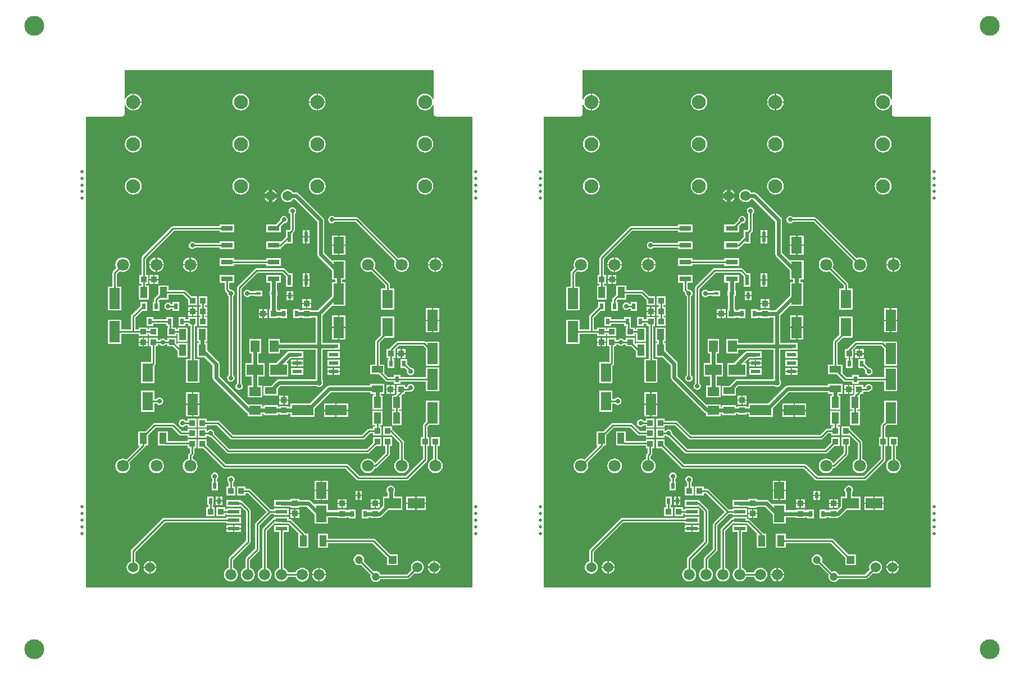
<source format=gtl>
G04*
G04 #@! TF.GenerationSoftware,Altium Limited,Altium Designer,19.1.6 (110)*
G04*
G04 Layer_Physical_Order=1*
G04 Layer_Color=255*
%FSLAX25Y25*%
%MOIN*%
G70*
G01*
G75*
%ADD10C,0.11811*%
%ADD11R,0.02165X0.03543*%
%ADD12R,0.06890X0.04331*%
%ADD13R,0.03543X0.03740*%
%ADD14R,0.05276X0.07087*%
%ADD15R,0.07087X0.05276*%
%ADD16R,0.09843X0.06299*%
%ADD17R,0.03740X0.03543*%
%ADD18R,0.02362X0.03740*%
%ADD19R,0.04331X0.06890*%
%ADD20R,0.06299X0.09843*%
%ADD21R,0.07087X0.02362*%
%ADD22R,0.06299X0.12598*%
%ADD23R,0.06299X0.11024*%
%ADD24R,0.07087X0.03150*%
%ADD25R,0.02362X0.06299*%
%ADD26R,0.06496X0.09843*%
%ADD27R,0.05709X0.02362*%
%ADD28R,0.03150X0.01575*%
%ADD29R,0.12598X0.06299*%
%ADD30C,0.02400*%
%ADD31C,0.01000*%
%ADD32C,0.01968*%
%ADD33C,0.06000*%
%ADD34C,0.06600*%
%ADD35R,0.04724X0.04724*%
%ADD36C,0.04724*%
%ADD37C,0.07087*%
%ADD38C,0.08268*%
%ADD39C,0.02756*%
%ADD40C,0.03500*%
G36*
X520638Y338460D02*
X520138Y338361D01*
X519786Y339210D01*
X518995Y340241D01*
X517964Y341032D01*
X516764Y341529D01*
X515476Y341699D01*
X514188Y341529D01*
X512988Y341032D01*
X511957Y340241D01*
X511166Y339210D01*
X510669Y338010D01*
X510499Y336722D01*
X510669Y335434D01*
X511166Y334234D01*
X511957Y333203D01*
X512988Y332412D01*
X514188Y331915D01*
X515476Y331746D01*
X516764Y331915D01*
X517964Y332412D01*
X518995Y333203D01*
X519786Y334234D01*
X520138Y335083D01*
X520638Y334984D01*
Y329622D01*
X520754Y329037D01*
X521086Y328541D01*
X521582Y328209D01*
X522167Y328093D01*
X543638D01*
Y48317D01*
X314196D01*
Y328093D01*
X335667D01*
X336252Y328209D01*
X336748Y328541D01*
X337080Y329037D01*
X337196Y329622D01*
Y334986D01*
X337696Y335086D01*
X338049Y334234D01*
X338840Y333203D01*
X339871Y332412D01*
X341071Y331915D01*
X341959Y331798D01*
Y336722D01*
Y341646D01*
X341071Y341529D01*
X339871Y341032D01*
X338840Y340241D01*
X338049Y339210D01*
X337696Y338359D01*
X337196Y338458D01*
Y355593D01*
X520638D01*
Y338460D01*
D02*
G37*
G36*
X248767D02*
X248268Y338361D01*
X247916Y339210D01*
X247125Y340241D01*
X246094Y341032D01*
X244894Y341529D01*
X243606Y341699D01*
X242318Y341529D01*
X241118Y341032D01*
X240087Y340241D01*
X239296Y339210D01*
X238799Y338010D01*
X238629Y336722D01*
X238799Y335434D01*
X239296Y334234D01*
X240087Y333203D01*
X241118Y332412D01*
X242318Y331915D01*
X243606Y331746D01*
X244894Y331915D01*
X246094Y332412D01*
X247125Y333203D01*
X247916Y334234D01*
X248268Y335083D01*
X248767Y334984D01*
Y329622D01*
X248884Y329037D01*
X249215Y328541D01*
X249712Y328209D01*
X250297Y328093D01*
X271767D01*
Y48317D01*
X42326D01*
Y328093D01*
X63797D01*
X64382Y328209D01*
X64878Y328541D01*
X65210Y329037D01*
X65326Y329622D01*
Y334986D01*
X65826Y335086D01*
X66179Y334234D01*
X66970Y333203D01*
X68001Y332412D01*
X69201Y331915D01*
X70089Y331798D01*
Y336722D01*
Y341646D01*
X69201Y341529D01*
X68001Y341032D01*
X66970Y340241D01*
X66179Y339210D01*
X65826Y338359D01*
X65326Y338458D01*
Y355593D01*
X248767D01*
Y338460D01*
D02*
G37*
%LPC*%
G36*
X451978Y341646D02*
Y337122D01*
X456502D01*
X456385Y338010D01*
X455888Y339210D01*
X455097Y340241D01*
X454066Y341032D01*
X452866Y341529D01*
X451978Y341646D01*
D02*
G37*
G36*
X342759D02*
Y337122D01*
X347283D01*
X347166Y338010D01*
X346669Y339210D01*
X345878Y340241D01*
X344847Y341032D01*
X343647Y341529D01*
X342759Y341646D01*
D02*
G37*
G36*
X451178D02*
X450290Y341529D01*
X449090Y341032D01*
X448059Y340241D01*
X447268Y339210D01*
X446771Y338010D01*
X446654Y337122D01*
X451178D01*
Y341646D01*
D02*
G37*
G36*
X456502Y336322D02*
X451978D01*
Y331798D01*
X452866Y331915D01*
X454066Y332412D01*
X455097Y333203D01*
X455888Y334234D01*
X456385Y335434D01*
X456502Y336322D01*
D02*
G37*
G36*
X347283D02*
X342759D01*
Y331798D01*
X343647Y331915D01*
X344847Y332412D01*
X345878Y333203D01*
X346669Y334234D01*
X347166Y335434D01*
X347283Y336322D01*
D02*
G37*
G36*
X451178D02*
X446654D01*
X446771Y335434D01*
X447268Y334234D01*
X448059Y333203D01*
X449090Y332412D01*
X450290Y331915D01*
X451178Y331798D01*
Y336322D01*
D02*
G37*
G36*
X406257Y341699D02*
X404969Y341529D01*
X403769Y341032D01*
X402738Y340241D01*
X401947Y339210D01*
X401450Y338010D01*
X401280Y336722D01*
X401450Y335434D01*
X401947Y334234D01*
X402738Y333203D01*
X403769Y332412D01*
X404969Y331915D01*
X406257Y331746D01*
X407545Y331915D01*
X408745Y332412D01*
X409776Y333203D01*
X410567Y334234D01*
X411064Y335434D01*
X411234Y336722D01*
X411064Y338010D01*
X410567Y339210D01*
X409776Y340241D01*
X408745Y341032D01*
X407545Y341529D01*
X406257Y341699D01*
D02*
G37*
G36*
X515476Y316699D02*
X514188Y316529D01*
X512988Y316032D01*
X511957Y315241D01*
X511166Y314210D01*
X510669Y313010D01*
X510499Y311722D01*
X510669Y310434D01*
X511166Y309234D01*
X511957Y308203D01*
X512988Y307412D01*
X514188Y306915D01*
X515476Y306746D01*
X516764Y306915D01*
X517964Y307412D01*
X518995Y308203D01*
X519786Y309234D01*
X520283Y310434D01*
X520452Y311722D01*
X520283Y313010D01*
X519786Y314210D01*
X518995Y315241D01*
X517964Y316032D01*
X516764Y316529D01*
X515476Y316699D01*
D02*
G37*
G36*
X451578D02*
X450290Y316529D01*
X449090Y316032D01*
X448059Y315241D01*
X447268Y314210D01*
X446771Y313010D01*
X446601Y311722D01*
X446771Y310434D01*
X447268Y309234D01*
X448059Y308203D01*
X449090Y307412D01*
X450290Y306915D01*
X451578Y306746D01*
X452866Y306915D01*
X454066Y307412D01*
X455097Y308203D01*
X455888Y309234D01*
X456385Y310434D01*
X456555Y311722D01*
X456385Y313010D01*
X455888Y314210D01*
X455097Y315241D01*
X454066Y316032D01*
X452866Y316529D01*
X451578Y316699D01*
D02*
G37*
G36*
X406257D02*
X404969Y316529D01*
X403769Y316032D01*
X402738Y315241D01*
X401947Y314210D01*
X401450Y313010D01*
X401280Y311722D01*
X401450Y310434D01*
X401947Y309234D01*
X402738Y308203D01*
X403769Y307412D01*
X404969Y306915D01*
X406257Y306746D01*
X407545Y306915D01*
X408745Y307412D01*
X409776Y308203D01*
X410567Y309234D01*
X411064Y310434D01*
X411234Y311722D01*
X411064Y313010D01*
X410567Y314210D01*
X409776Y315241D01*
X408745Y316032D01*
X407545Y316529D01*
X406257Y316699D01*
D02*
G37*
G36*
X342359D02*
X341071Y316529D01*
X339871Y316032D01*
X338840Y315241D01*
X338049Y314210D01*
X337552Y313010D01*
X337382Y311722D01*
X337552Y310434D01*
X338049Y309234D01*
X338840Y308203D01*
X339871Y307412D01*
X341071Y306915D01*
X342359Y306746D01*
X343647Y306915D01*
X344847Y307412D01*
X345878Y308203D01*
X346669Y309234D01*
X347166Y310434D01*
X347336Y311722D01*
X347166Y313010D01*
X346669Y314210D01*
X345878Y315241D01*
X344847Y316032D01*
X343647Y316529D01*
X342359Y316699D01*
D02*
G37*
G36*
X425107Y284655D02*
Y282239D01*
X427523D01*
X427226Y282956D01*
X426617Y283750D01*
X425823Y284359D01*
X425107Y284655D01*
D02*
G37*
G36*
X422707D02*
X421991Y284359D01*
X421197Y283750D01*
X420588Y282956D01*
X420291Y282239D01*
X422707D01*
Y284655D01*
D02*
G37*
G36*
X515476Y291699D02*
X514188Y291529D01*
X512988Y291032D01*
X511957Y290241D01*
X511166Y289210D01*
X510669Y288010D01*
X510499Y286722D01*
X510669Y285434D01*
X511166Y284234D01*
X511957Y283203D01*
X512988Y282412D01*
X514188Y281915D01*
X515476Y281746D01*
X516764Y281915D01*
X517964Y282412D01*
X518995Y283203D01*
X519786Y284234D01*
X520283Y285434D01*
X520452Y286722D01*
X520283Y288010D01*
X519786Y289210D01*
X518995Y290241D01*
X517964Y291032D01*
X516764Y291529D01*
X515476Y291699D01*
D02*
G37*
G36*
X451578D02*
X450290Y291529D01*
X449090Y291032D01*
X448059Y290241D01*
X447268Y289210D01*
X446771Y288010D01*
X446601Y286722D01*
X446771Y285434D01*
X447268Y284234D01*
X448059Y283203D01*
X449090Y282412D01*
X450290Y281915D01*
X451578Y281746D01*
X452866Y281915D01*
X454066Y282412D01*
X455097Y283203D01*
X455888Y284234D01*
X456385Y285434D01*
X456555Y286722D01*
X456385Y288010D01*
X455888Y289210D01*
X455097Y290241D01*
X454066Y291032D01*
X452866Y291529D01*
X451578Y291699D01*
D02*
G37*
G36*
X406257D02*
X404969Y291529D01*
X403769Y291032D01*
X402738Y290241D01*
X401947Y289210D01*
X401450Y288010D01*
X401280Y286722D01*
X401450Y285434D01*
X401947Y284234D01*
X402738Y283203D01*
X403769Y282412D01*
X404969Y281915D01*
X406257Y281746D01*
X407545Y281915D01*
X408745Y282412D01*
X409776Y283203D01*
X410567Y284234D01*
X411064Y285434D01*
X411234Y286722D01*
X411064Y288010D01*
X410567Y289210D01*
X409776Y290241D01*
X408745Y291032D01*
X407545Y291529D01*
X406257Y291699D01*
D02*
G37*
G36*
X342359D02*
X341071Y291529D01*
X339871Y291032D01*
X338840Y290241D01*
X338049Y289210D01*
X337552Y288010D01*
X337382Y286722D01*
X337552Y285434D01*
X338049Y284234D01*
X338840Y283203D01*
X339871Y282412D01*
X341071Y281915D01*
X342359Y281746D01*
X343647Y281915D01*
X344847Y282412D01*
X345878Y283203D01*
X346669Y284234D01*
X347166Y285434D01*
X347336Y286722D01*
X347166Y288010D01*
X346669Y289210D01*
X345878Y290241D01*
X344847Y291032D01*
X343647Y291529D01*
X342359Y291699D01*
D02*
G37*
G36*
X427523Y279839D02*
X425107D01*
Y277423D01*
X425823Y277720D01*
X426617Y278329D01*
X427226Y279123D01*
X427523Y279839D01*
D02*
G37*
G36*
X422707D02*
X420291D01*
X420588Y279123D01*
X421197Y278329D01*
X421991Y277720D01*
X422707Y277423D01*
Y279839D01*
D02*
G37*
G36*
X431860Y269087D02*
X431010Y268918D01*
X430290Y268436D01*
X429808Y267716D01*
X429639Y266866D01*
X429697Y266578D01*
X427085Y263965D01*
X421261D01*
Y259216D01*
X429947D01*
Y263079D01*
X431571Y264703D01*
X431860Y264646D01*
X432710Y264815D01*
X433430Y265296D01*
X433911Y266016D01*
X434081Y266866D01*
X433911Y267716D01*
X433430Y268436D01*
X432710Y268918D01*
X431860Y269087D01*
D02*
G37*
G36*
X402388Y263965D02*
X393702D01*
Y262916D01*
X366053D01*
X365546Y262815D01*
X365115Y262528D01*
X347655Y245067D01*
X347368Y244637D01*
X347267Y244130D01*
Y233906D01*
X346021D01*
Y228566D01*
X347267D01*
Y227804D01*
X345627D01*
Y219314D01*
X351557D01*
Y227804D01*
X349918D01*
Y228566D01*
X351164D01*
Y233906D01*
X349918D01*
Y243581D01*
X366602Y260265D01*
X393702D01*
Y259216D01*
X402388D01*
Y263965D01*
D02*
G37*
G36*
X446813Y260580D02*
X445232D01*
Y257030D01*
X446813D01*
Y260580D01*
D02*
G37*
G36*
X444432D02*
X442851D01*
Y257030D01*
X444432D01*
Y260580D01*
D02*
G37*
G36*
X402388Y253965D02*
X393702D01*
Y252916D01*
X379224D01*
X379061Y253161D01*
X378340Y253642D01*
X377490Y253811D01*
X376641Y253642D01*
X375920Y253161D01*
X375439Y252440D01*
X375270Y251591D01*
X375439Y250741D01*
X375920Y250020D01*
X376641Y249539D01*
X377490Y249370D01*
X378340Y249539D01*
X379061Y250020D01*
X379224Y250265D01*
X393702D01*
Y249216D01*
X402388D01*
Y253965D01*
D02*
G37*
G36*
X446813Y256230D02*
X445232D01*
Y252680D01*
X446813D01*
Y256230D01*
D02*
G37*
G36*
X444432D02*
X442851D01*
Y252680D01*
X444432D01*
Y256230D01*
D02*
G37*
G36*
X468290Y257504D02*
X464642D01*
Y252183D01*
X468290D01*
Y257504D01*
D02*
G37*
G36*
X463842D02*
X460194D01*
Y252183D01*
X463842D01*
Y257504D01*
D02*
G37*
G36*
X436833Y274198D02*
X435983Y274028D01*
X435263Y273547D01*
X434781Y272827D01*
X434612Y271977D01*
X434781Y271127D01*
X435263Y270407D01*
X435507Y270243D01*
Y261109D01*
X434978Y260580D01*
X432851D01*
Y256523D01*
X430420Y254092D01*
X429947Y253965D01*
Y253965D01*
X429947Y253965D01*
X421261D01*
Y249216D01*
X429947D01*
Y250296D01*
X430300Y250366D01*
X430730Y250653D01*
X432481Y252404D01*
X432851Y252680D01*
Y252680D01*
X432851Y252680D01*
X436813D01*
Y258666D01*
X437770Y259622D01*
X438057Y260052D01*
X438158Y260560D01*
Y270243D01*
X438403Y270407D01*
X438884Y271127D01*
X439053Y271977D01*
X438884Y272827D01*
X438403Y273547D01*
X437683Y274028D01*
X436833Y274198D01*
D02*
G37*
G36*
X468290Y251383D02*
X464642D01*
Y246062D01*
X468290D01*
Y251383D01*
D02*
G37*
G36*
X463842D02*
X460194D01*
Y246062D01*
X463842D01*
Y251383D01*
D02*
G37*
G36*
X429947Y243965D02*
X421261D01*
Y242916D01*
X402388D01*
Y243965D01*
X393702D01*
Y239216D01*
X402388D01*
Y240265D01*
X421261D01*
Y239216D01*
X429947D01*
Y243965D01*
D02*
G37*
G36*
X522067Y244450D02*
Y240522D01*
X525995D01*
X525899Y241256D01*
X525461Y242313D01*
X524765Y243220D01*
X523857Y243916D01*
X522801Y244354D01*
X522067Y244450D01*
D02*
G37*
G36*
X521267D02*
X520533Y244354D01*
X519476Y243916D01*
X518569Y243220D01*
X517873Y242313D01*
X517435Y241256D01*
X517339Y240522D01*
X521267D01*
Y244450D01*
D02*
G37*
G36*
X376567D02*
Y240522D01*
X380495D01*
X380399Y241256D01*
X379961Y242313D01*
X379265Y243220D01*
X378357Y243916D01*
X377301Y244354D01*
X376567Y244450D01*
D02*
G37*
G36*
X375767D02*
X375033Y244354D01*
X373976Y243916D01*
X373069Y243220D01*
X372373Y242313D01*
X371935Y241256D01*
X371839Y240522D01*
X375767D01*
Y244450D01*
D02*
G37*
G36*
X356567D02*
Y240522D01*
X360495D01*
X360399Y241256D01*
X359961Y242313D01*
X359265Y243220D01*
X358357Y243916D01*
X357301Y244354D01*
X356567Y244450D01*
D02*
G37*
G36*
X355767D02*
X355033Y244354D01*
X353976Y243916D01*
X353069Y243220D01*
X352373Y242313D01*
X351935Y241256D01*
X351839Y240522D01*
X355767D01*
Y244450D01*
D02*
G37*
G36*
X525995Y239722D02*
X522067D01*
Y235794D01*
X522801Y235890D01*
X523857Y236328D01*
X524765Y237024D01*
X525461Y237932D01*
X525899Y238988D01*
X525995Y239722D01*
D02*
G37*
G36*
X521267D02*
X517339D01*
X517435Y238988D01*
X517873Y237932D01*
X518569Y237024D01*
X519476Y236328D01*
X520533Y235890D01*
X521267Y235794D01*
Y239722D01*
D02*
G37*
G36*
X380495D02*
X376567D01*
Y235794D01*
X377301Y235890D01*
X378357Y236328D01*
X379265Y237024D01*
X379961Y237932D01*
X380399Y238988D01*
X380495Y239722D01*
D02*
G37*
G36*
X375767D02*
X371839D01*
X371935Y238988D01*
X372373Y237932D01*
X373069Y237024D01*
X373976Y236328D01*
X375033Y235890D01*
X375767Y235794D01*
Y239722D01*
D02*
G37*
G36*
X360495D02*
X356567D01*
Y235794D01*
X357301Y235890D01*
X358357Y236328D01*
X359265Y237024D01*
X359961Y237932D01*
X360399Y238988D01*
X360495Y239722D01*
D02*
G37*
G36*
X355767D02*
X351839D01*
X351935Y238988D01*
X352373Y237932D01*
X353069Y237024D01*
X353976Y236328D01*
X355033Y235890D01*
X355767Y235794D01*
Y239722D01*
D02*
G37*
G36*
X460287Y269087D02*
X459437Y268918D01*
X458717Y268436D01*
X458235Y267716D01*
X458066Y266866D01*
X458235Y266016D01*
X458717Y265296D01*
X459437Y264815D01*
X460287Y264646D01*
X461137Y264815D01*
X461857Y265296D01*
X462021Y265541D01*
X474374D01*
X497793Y242121D01*
X497435Y241256D01*
X497286Y240122D01*
X497435Y238988D01*
X497873Y237932D01*
X498569Y237024D01*
X499476Y236328D01*
X500533Y235890D01*
X501667Y235741D01*
X502801Y235890D01*
X503857Y236328D01*
X504765Y237024D01*
X505461Y237932D01*
X505899Y238988D01*
X506048Y240122D01*
X505899Y241256D01*
X505461Y242313D01*
X504765Y243220D01*
X503857Y243916D01*
X502801Y244354D01*
X501667Y244503D01*
X500533Y244354D01*
X499668Y243995D01*
X475860Y267803D01*
X475430Y268091D01*
X474923Y268192D01*
X462021D01*
X461857Y268436D01*
X461137Y268918D01*
X460287Y269087D01*
D02*
G37*
G36*
X336167Y244503D02*
X335033Y244354D01*
X333976Y243916D01*
X333069Y243220D01*
X332373Y242313D01*
X331935Y241256D01*
X331786Y240122D01*
X331935Y238988D01*
X332294Y238123D01*
X330431Y236260D01*
X330143Y235830D01*
X330042Y235323D01*
Y227187D01*
X327418D01*
Y212988D01*
X335317D01*
Y227187D01*
X332693D01*
Y234774D01*
X334168Y236249D01*
X335033Y235890D01*
X336167Y235741D01*
X337301Y235890D01*
X338357Y236328D01*
X339265Y237024D01*
X339961Y237932D01*
X340399Y238988D01*
X340548Y240122D01*
X340399Y241256D01*
X339961Y242313D01*
X339265Y243220D01*
X338357Y243916D01*
X337301Y244354D01*
X336167Y244503D01*
D02*
G37*
G36*
X357266Y233906D02*
X355095D01*
Y231636D01*
X357266D01*
Y233906D01*
D02*
G37*
G36*
X354294D02*
X352123D01*
Y231636D01*
X354294D01*
Y233906D01*
D02*
G37*
G36*
X446813Y234989D02*
X445232D01*
Y231439D01*
X446813D01*
Y234989D01*
D02*
G37*
G36*
X444432D02*
X442851D01*
Y231439D01*
X444432D01*
Y234989D01*
D02*
G37*
G36*
X357266Y230836D02*
X355095D01*
Y228566D01*
X357266D01*
Y230836D01*
D02*
G37*
G36*
X354294D02*
X352123D01*
Y228566D01*
X354294D01*
Y230836D01*
D02*
G37*
G36*
X446813Y230639D02*
X445232D01*
Y227090D01*
X446813D01*
Y230639D01*
D02*
G37*
G36*
X444432D02*
X442851D01*
Y227090D01*
X444432D01*
Y230639D01*
D02*
G37*
G36*
X431269Y237975D02*
X415521D01*
X415014Y237874D01*
X414584Y237587D01*
X404249Y227252D01*
X403962Y226822D01*
X403861Y226315D01*
Y169683D01*
X403616Y169519D01*
X403135Y168799D01*
X402966Y167949D01*
X403135Y167099D01*
X403616Y166379D01*
X404337Y165897D01*
X405187Y165728D01*
X406036Y165897D01*
X406757Y166379D01*
X407238Y167099D01*
X407407Y167949D01*
X407238Y168799D01*
X406757Y169519D01*
X406512Y169683D01*
Y225766D01*
X416070Y235324D01*
X430720D01*
X432851Y233193D01*
Y227090D01*
X436813D01*
Y234989D01*
X434804D01*
X432206Y237587D01*
X431777Y237874D01*
X431269Y237975D01*
D02*
G37*
G36*
X437384Y224359D02*
X435803D01*
Y222089D01*
X437384D01*
Y224359D01*
D02*
G37*
G36*
X435003D02*
X433422D01*
Y222089D01*
X435003D01*
Y224359D01*
D02*
G37*
G36*
X410050Y225288D02*
X409201Y225118D01*
X408480Y224637D01*
X407999Y223917D01*
X407830Y223067D01*
X407999Y222217D01*
X408480Y221497D01*
X409201Y221015D01*
X410050Y220846D01*
X410900Y221015D01*
X411621Y221497D01*
X411784Y221742D01*
X414174D01*
Y221480D01*
X418924D01*
Y224654D01*
X414174D01*
Y224392D01*
X411784D01*
X411621Y224637D01*
X410900Y225118D01*
X410050Y225288D01*
D02*
G37*
G36*
X437384Y221289D02*
X435803D01*
Y219019D01*
X437384D01*
Y221289D01*
D02*
G37*
G36*
X435003D02*
X433422D01*
Y219019D01*
X435003D01*
Y221289D01*
D02*
G37*
G36*
X448014Y219536D02*
X445744D01*
Y217365D01*
X448014D01*
Y219536D01*
D02*
G37*
G36*
X444944D02*
X442674D01*
Y217365D01*
X444944D01*
Y219536D01*
D02*
G37*
G36*
X369569Y218146D02*
X365607D01*
Y216801D01*
X364807D01*
X364643Y217046D01*
X363923Y217527D01*
X363073Y217696D01*
X362223Y217527D01*
X361503Y217046D01*
X361022Y216325D01*
X360853Y215476D01*
X361022Y214626D01*
X361503Y213905D01*
X362223Y213424D01*
X363073Y213255D01*
X363923Y213424D01*
X364643Y213905D01*
X364807Y214150D01*
X365607D01*
Y212806D01*
X369569D01*
Y218146D01*
D02*
G37*
G36*
X363172Y227804D02*
X357241D01*
Y222468D01*
X355037Y220264D01*
X354749Y219834D01*
X354648Y219327D01*
Y218146D01*
X353993D01*
Y212806D01*
X357955D01*
Y218146D01*
X357299D01*
Y218778D01*
X357836Y219314D01*
X363172D01*
Y222234D01*
X372046D01*
X375056Y219224D01*
Y215857D01*
X380199D01*
Y221197D01*
X376832D01*
X373533Y224496D01*
X373102Y224784D01*
X372595Y224885D01*
X363172D01*
Y227804D01*
D02*
G37*
G36*
X448014Y216565D02*
X445744D01*
Y214393D01*
X448014D01*
Y216565D01*
D02*
G37*
G36*
X444944D02*
X442674D01*
Y214393D01*
X444944D01*
Y216565D01*
D02*
G37*
G36*
X481667Y244503D02*
X480533Y244354D01*
X479476Y243916D01*
X478569Y243220D01*
X477873Y242313D01*
X477435Y241256D01*
X477286Y240122D01*
X477435Y238988D01*
X477873Y237932D01*
X478569Y237024D01*
X479476Y236328D01*
X480533Y235890D01*
X481667Y235741D01*
X482801Y235890D01*
X483666Y236249D01*
X492050Y227864D01*
Y226118D01*
X489426D01*
Y213494D01*
X497325D01*
Y226118D01*
X494701D01*
Y228413D01*
X494600Y228921D01*
X494313Y229351D01*
X485540Y238123D01*
X485899Y238988D01*
X486048Y240122D01*
X485899Y241256D01*
X485461Y242313D01*
X484765Y243220D01*
X483857Y243916D01*
X482801Y244354D01*
X481667Y244503D01*
D02*
G37*
G36*
X433907Y284872D02*
X432915Y284742D01*
X431991Y284359D01*
X431197Y283750D01*
X430588Y282956D01*
X430205Y282031D01*
X430074Y281039D01*
X430205Y280047D01*
X430588Y279123D01*
X431197Y278329D01*
X431991Y277720D01*
X432915Y277337D01*
X433907Y277207D01*
X434899Y277337D01*
X435823Y277720D01*
X436617Y278329D01*
X437132Y279000D01*
X438243D01*
X451474Y265769D01*
Y246394D01*
X451629Y245613D01*
X452072Y244952D01*
X460194Y236830D01*
Y231298D01*
X462203D01*
Y229758D01*
X460292D01*
Y221593D01*
X451600Y212901D01*
X448014D01*
Y213434D01*
X442674D01*
Y212901D01*
X441124D01*
Y213532D01*
X437162D01*
Y211154D01*
X437104Y210862D01*
X437162Y210570D01*
Y208192D01*
X441124D01*
Y208823D01*
X442674D01*
Y208291D01*
X448014D01*
Y208823D01*
X450490D01*
Y193709D01*
X429444D01*
Y196013D01*
X422568D01*
Y187326D01*
X429444D01*
Y189630D01*
X450490D01*
Y172055D01*
X428833D01*
X428053Y171900D01*
X427391Y171458D01*
X424094Y168161D01*
X419768D01*
Y162230D01*
X428258D01*
Y166557D01*
X429678Y167977D01*
X450991D01*
X451534Y167614D01*
X452529Y167416D01*
X453524Y167614D01*
X454368Y168177D01*
X454931Y169021D01*
X455129Y170016D01*
X454931Y171011D01*
X454568Y171554D01*
Y189630D01*
X461191D01*
X461483Y189688D01*
X464845D01*
Y193650D01*
X461483D01*
X461191Y193709D01*
X454568D01*
Y210102D01*
X459852Y215385D01*
X460292Y215560D01*
Y215560D01*
X460292Y215560D01*
X468191D01*
Y229758D01*
X466281D01*
Y231298D01*
X468290D01*
Y242740D01*
X460194D01*
X460194Y242740D01*
Y242740D01*
X459803Y242988D01*
X455553Y247238D01*
Y266614D01*
X455397Y267394D01*
X454955Y268056D01*
X440530Y282481D01*
X439868Y282923D01*
X439088Y283079D01*
X437132D01*
X436617Y283750D01*
X435823Y284359D01*
X434899Y284742D01*
X433907Y284872D01*
D02*
G37*
G36*
X380199Y215094D02*
X378028D01*
Y212824D01*
X380199D01*
Y215094D01*
D02*
G37*
G36*
X377227D02*
X375056D01*
Y212824D01*
X377227D01*
Y215094D01*
D02*
G37*
G36*
X422030Y213539D02*
X419858D01*
Y211269D01*
X422030D01*
Y213539D01*
D02*
G37*
G36*
X419058D02*
X416887D01*
Y211269D01*
X419058D01*
Y213539D01*
D02*
G37*
G36*
X380199Y212024D02*
X378028D01*
Y209754D01*
X380199D01*
Y212024D01*
D02*
G37*
G36*
X377227D02*
X375056D01*
Y209754D01*
X377227D01*
Y212024D01*
D02*
G37*
G36*
X422030Y210469D02*
X419858D01*
Y208198D01*
X422030D01*
Y210469D01*
D02*
G37*
G36*
X419058D02*
X416887D01*
Y208198D01*
X419058D01*
Y210469D01*
D02*
G37*
G36*
X429947Y233965D02*
X421261D01*
Y229216D01*
X423565D01*
Y224654D01*
X423229D01*
Y221480D01*
X423522D01*
Y213539D01*
X422989D01*
Y208198D01*
X428132D01*
Y208823D01*
X429682D01*
Y208192D01*
X433644D01*
Y210570D01*
X433702Y210862D01*
X433644Y211154D01*
Y213532D01*
X429682D01*
Y212901D01*
X428132D01*
Y213539D01*
X427600D01*
Y221480D01*
X427979D01*
Y224654D01*
X427643D01*
Y229216D01*
X429947D01*
Y233965D01*
D02*
G37*
G36*
X380199Y208992D02*
X375056D01*
Y207549D01*
X373309D01*
Y208894D01*
X369347D01*
Y203554D01*
X373309D01*
Y204898D01*
X375056D01*
Y203652D01*
X376302D01*
Y184076D01*
X373678D01*
Y169878D01*
X381577D01*
Y184076D01*
X378953D01*
Y203652D01*
X380199D01*
Y208992D01*
D02*
G37*
G36*
X365829Y208894D02*
X361867D01*
Y207549D01*
X354215D01*
Y208894D01*
X350253D01*
Y203554D01*
X354215D01*
Y204898D01*
X361867D01*
Y203554D01*
X363108D01*
Y202791D01*
X362654D01*
Y197648D01*
X367994D01*
Y198894D01*
X368757D01*
Y194302D01*
X374687D01*
Y202791D01*
X368757D01*
Y201545D01*
X367994D01*
Y202791D01*
X365759D01*
Y203554D01*
X365829D01*
Y208894D01*
D02*
G37*
G36*
X523900Y214199D02*
X520350D01*
Y207500D01*
X523900D01*
Y214199D01*
D02*
G37*
G36*
X519550D02*
X516001D01*
Y207500D01*
X519550D01*
Y214199D01*
D02*
G37*
G36*
X386301Y221197D02*
X381158D01*
Y215857D01*
X382404D01*
Y215094D01*
X381158D01*
Y209754D01*
X382404D01*
Y208992D01*
X381158D01*
Y203652D01*
X386301D01*
Y208992D01*
X385055D01*
Y209754D01*
X386301D01*
Y215094D01*
X385055D01*
Y215857D01*
X386301D01*
Y221197D01*
D02*
G37*
G36*
X468191Y209905D02*
X464642D01*
Y203205D01*
X468191D01*
Y209905D01*
D02*
G37*
G36*
X463842D02*
X460292D01*
Y203205D01*
X463842D01*
Y209905D01*
D02*
G37*
G36*
X350475Y218146D02*
X346513D01*
Y215369D01*
X341422Y210278D01*
X341134Y209848D01*
X341034Y209341D01*
Y201559D01*
X335317D01*
Y207333D01*
X327418D01*
Y193135D01*
X335317D01*
Y198908D01*
X345627D01*
Y197648D01*
X350967D01*
Y198894D01*
X351729D01*
Y197648D01*
X357069D01*
Y202791D01*
X351729D01*
Y201545D01*
X350967D01*
Y202791D01*
X345627D01*
Y201559D01*
X343684D01*
Y208792D01*
X347698Y212806D01*
X350475D01*
Y218146D01*
D02*
G37*
G36*
X523900Y206700D02*
X520350D01*
Y200001D01*
X523900D01*
Y206700D01*
D02*
G37*
G36*
X519550D02*
X516001D01*
Y200001D01*
X519550D01*
Y206700D01*
D02*
G37*
G36*
X468191Y202406D02*
X464642D01*
Y195706D01*
X468191D01*
Y202406D01*
D02*
G37*
G36*
X463842D02*
X460292D01*
Y195706D01*
X463842D01*
Y202406D01*
D02*
G37*
G36*
X367994Y196689D02*
X362654D01*
Y195443D01*
X361632D01*
X361469Y195688D01*
X360748Y196169D01*
X359898Y196338D01*
X359049Y196169D01*
X358328Y195688D01*
X358165Y195443D01*
X357069D01*
Y196689D01*
X351729D01*
Y191546D01*
X353074D01*
Y182220D01*
X347005D01*
Y169597D01*
X354904D01*
Y180137D01*
X355336Y180569D01*
X355624Y180999D01*
X355725Y181506D01*
Y191546D01*
X357069D01*
Y192792D01*
X358165D01*
X358328Y192547D01*
X359049Y192066D01*
X359898Y191897D01*
X360748Y192066D01*
X361469Y192547D01*
X361632Y192792D01*
X362654D01*
Y191546D01*
X366021D01*
X368757Y188811D01*
Y185050D01*
X374687D01*
Y193539D01*
X368757D01*
Y193343D01*
X368288Y193138D01*
X367994Y193375D01*
Y196689D01*
D02*
G37*
G36*
X350967D02*
X348697D01*
Y194517D01*
X350967D01*
Y196689D01*
D02*
G37*
G36*
X347897D02*
X345627D01*
Y194517D01*
X347897D01*
Y196689D01*
D02*
G37*
G36*
X350967Y193717D02*
X348697D01*
Y191546D01*
X350967D01*
Y193717D01*
D02*
G37*
G36*
X347897D02*
X345627D01*
Y191546D01*
X347897D01*
Y193717D01*
D02*
G37*
G36*
X504024Y189917D02*
X501853D01*
Y187646D01*
X504024D01*
Y189917D01*
D02*
G37*
G36*
X501053D02*
X498881D01*
Y187646D01*
X501053D01*
Y189917D01*
D02*
G37*
G36*
X464845Y188650D02*
X457536D01*
Y184688D01*
X464845D01*
Y188650D01*
D02*
G37*
G36*
X504024Y186846D02*
X501853D01*
Y184576D01*
X504024D01*
Y186846D01*
D02*
G37*
G36*
X501053D02*
X498881D01*
Y184576D01*
X501053D01*
Y186846D01*
D02*
G37*
G36*
X443388Y183650D02*
X440134D01*
Y182069D01*
X443388D01*
Y183650D01*
D02*
G37*
G36*
X439334D02*
X436080D01*
Y182069D01*
X439334D01*
Y183650D01*
D02*
G37*
G36*
X515029Y194570D02*
X499281D01*
X498774Y194469D01*
X498344Y194181D01*
X494413Y190251D01*
X494190Y189917D01*
X492779D01*
Y184576D01*
X494019D01*
Y183906D01*
X493363D01*
Y178566D01*
X497325D01*
Y183906D01*
X496670D01*
Y184576D01*
X497922D01*
Y189917D01*
X497922Y189917D01*
X497922D01*
X498200Y190288D01*
X499830Y191919D01*
X514480D01*
X516001Y190398D01*
Y180147D01*
X523900D01*
Y194346D01*
X516001D01*
X516001Y194346D01*
Y194346D01*
X516001Y194346D01*
X515536Y194469D01*
X515532Y194469D01*
X515029Y194570D01*
D02*
G37*
G36*
X464845Y183650D02*
X457536D01*
Y179688D01*
X464845D01*
Y183650D01*
D02*
G37*
G36*
X443388Y181269D02*
X440134D01*
Y179688D01*
X443388D01*
Y181269D01*
D02*
G37*
G36*
X439334D02*
X436080D01*
Y179688D01*
X439334D01*
Y181269D01*
D02*
G37*
G36*
X464845Y178650D02*
X461591D01*
Y177069D01*
X464845D01*
Y178650D01*
D02*
G37*
G36*
X460791D02*
X457536D01*
Y177069D01*
X460791D01*
Y178650D01*
D02*
G37*
G36*
X464845Y176269D02*
X461591D01*
Y174688D01*
X464845D01*
Y176269D01*
D02*
G37*
G36*
X460791D02*
X457536D01*
Y174688D01*
X460791D01*
Y176269D01*
D02*
G37*
G36*
X443388Y178650D02*
X436080D01*
Y174688D01*
X443388D01*
Y178650D01*
D02*
G37*
G36*
X504806Y183906D02*
X500843D01*
Y178566D01*
X503620D01*
X504866Y177321D01*
X504738Y176677D01*
X504907Y175827D01*
X505388Y175107D01*
X506109Y174625D01*
X506958Y174456D01*
X507808Y174625D01*
X508529Y175107D01*
X509010Y175827D01*
X509179Y176677D01*
X509010Y177527D01*
X508529Y178247D01*
X507808Y178728D01*
X507057Y178878D01*
X504806Y181130D01*
Y183906D01*
D02*
G37*
G36*
X439734Y188708D02*
X434832D01*
X434052Y188553D01*
X433390Y188111D01*
X427222Y181943D01*
X427076Y181724D01*
X422942D01*
Y173825D01*
X434385D01*
Y181724D01*
X433424D01*
X433233Y182186D01*
X435677Y184630D01*
X439734D01*
X440026Y184688D01*
X443388D01*
Y188650D01*
X440026D01*
X439734Y188708D01*
D02*
G37*
G36*
X402388Y233965D02*
X393702D01*
Y229216D01*
X396719D01*
Y225288D01*
X396820Y224780D01*
X397108Y224350D01*
X398102Y223356D01*
X398045Y223067D01*
X398214Y222217D01*
X398695Y221497D01*
X398940Y221333D01*
Y174505D01*
X398695Y174342D01*
X398214Y173621D01*
X398045Y172772D01*
X398214Y171922D01*
X398695Y171202D01*
X399416Y170720D01*
X400266Y170551D01*
X401115Y170720D01*
X401836Y171202D01*
X402317Y171922D01*
X402486Y172772D01*
X402317Y173621D01*
X401836Y174342D01*
X401591Y174505D01*
Y221333D01*
X401836Y221497D01*
X402317Y222217D01*
X402486Y223067D01*
X402317Y223917D01*
X401836Y224637D01*
X401115Y225118D01*
X400266Y225288D01*
X399977Y225230D01*
X399370Y225837D01*
Y229216D01*
X402388D01*
Y233965D01*
D02*
G37*
G36*
X506958Y169284D02*
X506109Y169115D01*
X505388Y168633D01*
X504907Y167913D01*
X504786Y167306D01*
X503723D01*
Y168650D01*
X498580D01*
Y163315D01*
X497852Y162587D01*
X497760Y162450D01*
X495824D01*
Y153960D01*
X497464D01*
Y153204D01*
X495824D01*
Y144714D01*
X501754D01*
Y153204D01*
X500114D01*
Y153960D01*
X501754D01*
Y162450D01*
X501754Y162450D01*
X501754D01*
X501910Y162896D01*
X502088Y163075D01*
X502246Y163310D01*
X503723D01*
Y164655D01*
X505974D01*
X506481Y164756D01*
X506691Y164896D01*
X506958Y164842D01*
X507808Y165011D01*
X508529Y165493D01*
X509010Y166213D01*
X509179Y167063D01*
X509010Y167913D01*
X508529Y168633D01*
X507808Y169115D01*
X506958Y169284D01*
D02*
G37*
G36*
X497620Y168650D02*
X495449D01*
Y166380D01*
X497620D01*
Y168650D01*
D02*
G37*
G36*
X494649D02*
X492477D01*
Y166380D01*
X494649D01*
Y168650D01*
D02*
G37*
G36*
X497325Y209214D02*
X489426D01*
Y198396D01*
X486238Y195207D01*
X485950Y194777D01*
X485849Y194270D01*
Y180855D01*
X482930D01*
Y174924D01*
X488266D01*
X492143Y171047D01*
X492573Y170760D01*
X493080Y170659D01*
X497103D01*
Y169314D01*
X501065D01*
Y170659D01*
X516001D01*
Y164871D01*
X523900D01*
Y179069D01*
X516001D01*
Y173310D01*
X501065D01*
Y174654D01*
X497103D01*
Y173310D01*
X493629D01*
X491420Y175519D01*
Y180855D01*
X488500D01*
Y193721D01*
X491370Y196591D01*
X497325D01*
Y209214D01*
D02*
G37*
G36*
X497620Y165580D02*
X495449D01*
Y163310D01*
X497620D01*
Y165580D01*
D02*
G37*
G36*
X494649D02*
X492477D01*
Y163310D01*
X494649D01*
Y165580D01*
D02*
G37*
G36*
X418184Y196013D02*
X411308D01*
Y187326D01*
X412707D01*
Y181724D01*
X408991D01*
Y173825D01*
X412673D01*
Y168279D01*
X410369D01*
Y161404D01*
X419056D01*
Y168279D01*
X416752D01*
Y173825D01*
X420434D01*
Y181724D01*
X416785D01*
Y187326D01*
X418184D01*
Y196013D01*
D02*
G37*
G36*
X434412Y162253D02*
X432142D01*
Y160081D01*
X434412D01*
Y162253D01*
D02*
G37*
G36*
X431342D02*
X429072D01*
Y160081D01*
X431342D01*
Y162253D01*
D02*
G37*
G36*
X381577Y164223D02*
X378028D01*
Y157524D01*
X381577D01*
Y164223D01*
D02*
G37*
G36*
X377227D02*
X373678D01*
Y157524D01*
X377227D01*
Y164223D01*
D02*
G37*
G36*
X434412Y159281D02*
X432142D01*
Y157109D01*
X434412D01*
Y159281D01*
D02*
G37*
G36*
X431342D02*
X429072D01*
Y157109D01*
X431342D01*
Y159281D01*
D02*
G37*
G36*
X354904Y165317D02*
X347005D01*
Y152693D01*
X354904D01*
Y157667D01*
X356209D01*
X356372Y157422D01*
X357093Y156941D01*
X357943Y156772D01*
X358792Y156941D01*
X359513Y157422D01*
X359994Y158142D01*
X360163Y158992D01*
X359994Y159842D01*
X359513Y160562D01*
X358792Y161044D01*
X357943Y161213D01*
X357093Y161044D01*
X356372Y160562D01*
X356209Y160318D01*
X354904D01*
Y165317D01*
D02*
G37*
G36*
X469836Y157528D02*
X463137D01*
Y153979D01*
X469836D01*
Y157528D01*
D02*
G37*
G36*
X462337D02*
X455638D01*
Y153979D01*
X462337D01*
Y157528D01*
D02*
G37*
G36*
X386301Y202791D02*
X380371D01*
Y194302D01*
X381297D01*
Y193539D01*
X380371D01*
Y185050D01*
X384697D01*
X389466Y180281D01*
Y173165D01*
X389621Y172385D01*
X390064Y171723D01*
X409648Y152140D01*
X410309Y151698D01*
X410369Y151686D01*
Y150144D01*
X419056D01*
Y151542D01*
X419768D01*
Y150616D01*
X428258D01*
Y151542D01*
X429072D01*
Y151007D01*
X434412D01*
Y151540D01*
X435784D01*
Y149629D01*
X449983D01*
Y154645D01*
X459575Y164236D01*
X482930D01*
Y163310D01*
X485136D01*
Y162450D01*
X484209D01*
Y153960D01*
X490140D01*
Y162450D01*
X489214D01*
Y163310D01*
X491420D01*
Y169241D01*
X482930D01*
Y168315D01*
X458730D01*
X457949Y168160D01*
X457288Y167718D01*
X447099Y157528D01*
X435784D01*
Y155618D01*
X434412D01*
Y156150D01*
X429072D01*
Y155621D01*
X428258D01*
Y156547D01*
X419768D01*
Y155621D01*
X419056D01*
Y157019D01*
X410535D01*
X393545Y174010D01*
Y181125D01*
X393390Y181906D01*
X392947Y182567D01*
X392947Y182567D01*
X386302Y189213D01*
Y193539D01*
X385375D01*
Y194302D01*
X386301D01*
Y202791D01*
D02*
G37*
G36*
X381577Y156724D02*
X378028D01*
Y150024D01*
X381577D01*
Y156724D01*
D02*
G37*
G36*
X377227D02*
X373678D01*
Y150024D01*
X377227D01*
Y156724D01*
D02*
G37*
G36*
X469836Y153179D02*
X463137D01*
Y149629D01*
X469836D01*
Y153179D01*
D02*
G37*
G36*
X462337D02*
X455638D01*
Y149629D01*
X462337D01*
Y153179D01*
D02*
G37*
G36*
X379805Y148670D02*
X374662D01*
Y147326D01*
X373357D01*
X373194Y147570D01*
X372473Y148052D01*
X371623Y148221D01*
X370774Y148052D01*
X370053Y147570D01*
X369572Y146850D01*
X369403Y146000D01*
X369572Y145150D01*
X370053Y144430D01*
X370774Y143948D01*
X371623Y143779D01*
X372473Y143948D01*
X373194Y144430D01*
X373357Y144675D01*
X374662D01*
Y143330D01*
X379805D01*
Y148670D01*
D02*
G37*
G36*
X490140Y153204D02*
X484209D01*
Y144714D01*
X485849D01*
Y143946D01*
X484603D01*
Y142601D01*
X482352D01*
X481845Y142500D01*
X481415Y142213D01*
X478161Y138959D01*
X401503D01*
X393525Y146937D01*
X393095Y147225D01*
X392588Y147326D01*
X385908D01*
Y148670D01*
X380765D01*
Y143330D01*
X385908D01*
Y144675D01*
X392039D01*
X400017Y136697D01*
X400447Y136409D01*
X400954Y136308D01*
X478710D01*
X479217Y136409D01*
X479647Y136697D01*
X482901Y139950D01*
X484603D01*
Y138605D01*
X489747D01*
Y143946D01*
X488500D01*
Y144714D01*
X490140D01*
Y153204D01*
D02*
G37*
G36*
X365812Y146144D02*
X355088D01*
X354581Y146044D01*
X354151Y145756D01*
X349533Y141138D01*
X345331D01*
Y132649D01*
X345666D01*
X345857Y132187D01*
X338166Y124495D01*
X337301Y124854D01*
X336167Y125003D01*
X335033Y124854D01*
X333976Y124416D01*
X333069Y123720D01*
X332373Y122813D01*
X331935Y121756D01*
X331786Y120622D01*
X331935Y119488D01*
X332373Y118432D01*
X333069Y117524D01*
X333976Y116828D01*
X335033Y116390D01*
X336167Y116241D01*
X337301Y116390D01*
X338357Y116828D01*
X339265Y117524D01*
X339961Y118432D01*
X340399Y119488D01*
X340548Y120622D01*
X340399Y121756D01*
X340040Y122621D01*
X349234Y131815D01*
X349521Y132245D01*
X349602Y132649D01*
X351262D01*
Y139118D01*
X355637Y143493D01*
X365263D01*
X369796Y138960D01*
X370226Y138673D01*
X370733Y138572D01*
X374662D01*
Y137228D01*
X379805D01*
Y142568D01*
X374662D01*
Y141223D01*
X371282D01*
X366749Y145756D01*
X366319Y146044D01*
X365812Y146144D01*
D02*
G37*
G36*
X385908Y142568D02*
X380765D01*
Y137228D01*
X385908D01*
Y138671D01*
X386425D01*
X386589Y138426D01*
X387309Y137944D01*
X388159Y137776D01*
X388448Y137833D01*
X397852Y128429D01*
X398282Y128142D01*
X398789Y128041D01*
X481368D01*
X481875Y128142D01*
X482305Y128429D01*
X486379Y132503D01*
X489747D01*
Y137843D01*
X484603D01*
Y134476D01*
X480819Y130692D01*
X399338D01*
X390322Y139707D01*
X390380Y139996D01*
X390211Y140846D01*
X389729Y141566D01*
X389009Y142048D01*
X388159Y142217D01*
X387309Y142048D01*
X386589Y141566D01*
X386425Y141322D01*
X385908D01*
Y142568D01*
D02*
G37*
G36*
X495849Y137843D02*
X490706D01*
Y132503D01*
X491952D01*
Y128340D01*
X486061Y122450D01*
X485571Y122547D01*
X485461Y122813D01*
X484765Y123720D01*
X483857Y124416D01*
X482801Y124854D01*
X481667Y125003D01*
X480533Y124854D01*
X479476Y124416D01*
X478569Y123720D01*
X477873Y122813D01*
X477435Y121756D01*
X477286Y120622D01*
X477435Y119488D01*
X477873Y118432D01*
X478569Y117524D01*
X479476Y116828D01*
X480533Y116390D01*
X481667Y116241D01*
X482801Y116390D01*
X483857Y116828D01*
X484765Y117524D01*
X485461Y118432D01*
X485819Y119297D01*
X486108D01*
X486615Y119397D01*
X487045Y119685D01*
X494214Y126854D01*
X494502Y127284D01*
X494603Y127791D01*
Y132503D01*
X495849D01*
Y137843D01*
D02*
G37*
G36*
X524239D02*
X519095D01*
Y132503D01*
X520341D01*
Y124774D01*
X519476Y124416D01*
X518569Y123720D01*
X517873Y122813D01*
X517435Y121756D01*
X517286Y120622D01*
X517435Y119488D01*
X517873Y118432D01*
X518569Y117524D01*
X519476Y116828D01*
X520533Y116390D01*
X521667Y116241D01*
X522801Y116390D01*
X523857Y116828D01*
X524765Y117524D01*
X525461Y118432D01*
X525899Y119488D01*
X526048Y120622D01*
X525899Y121756D01*
X525461Y122813D01*
X524765Y123720D01*
X523857Y124416D01*
X522992Y124774D01*
Y132503D01*
X524239D01*
Y137843D01*
D02*
G37*
G36*
X495849Y143946D02*
X490706D01*
Y138605D01*
X495849D01*
X495849Y138605D01*
Y138605D01*
X496220Y138328D01*
X500342Y134207D01*
Y124774D01*
X499476Y124416D01*
X498569Y123720D01*
X497873Y122813D01*
X497435Y121756D01*
X497286Y120622D01*
X497435Y119488D01*
X497873Y118432D01*
X498569Y117524D01*
X499476Y116828D01*
X500533Y116390D01*
X501667Y116241D01*
X502801Y116390D01*
X503857Y116828D01*
X504765Y117524D01*
X505461Y118432D01*
X505899Y119488D01*
X506048Y120622D01*
X505899Y121756D01*
X505461Y122813D01*
X504765Y123720D01*
X503857Y124416D01*
X502992Y124774D01*
Y134756D01*
X502891Y135263D01*
X502604Y135693D01*
X496084Y142213D01*
X495849Y142370D01*
Y143946D01*
D02*
G37*
G36*
X362876Y141138D02*
X356946D01*
Y132649D01*
X362876D01*
Y132667D01*
X374662D01*
Y131125D01*
X375908D01*
Y128439D01*
X375230Y127760D01*
X374942Y127330D01*
X374841Y126823D01*
Y124774D01*
X373976Y124416D01*
X373069Y123720D01*
X372373Y122813D01*
X371935Y121756D01*
X371786Y120622D01*
X371935Y119488D01*
X372373Y118432D01*
X373069Y117524D01*
X373976Y116828D01*
X375033Y116390D01*
X376167Y116241D01*
X377301Y116390D01*
X378357Y116828D01*
X379265Y117524D01*
X379961Y118432D01*
X380399Y119488D01*
X380548Y120622D01*
X380399Y121756D01*
X379961Y122813D01*
X379265Y123720D01*
X378357Y124416D01*
X377492Y124774D01*
Y126274D01*
X378171Y126952D01*
X378458Y127383D01*
X378559Y127890D01*
Y131125D01*
X379805D01*
Y136465D01*
X374662D01*
Y135318D01*
X362876D01*
Y141138D01*
D02*
G37*
G36*
X356167Y125003D02*
X355033Y124854D01*
X353976Y124416D01*
X353069Y123720D01*
X352373Y122813D01*
X351935Y121756D01*
X351786Y120622D01*
X351935Y119488D01*
X352373Y118432D01*
X353069Y117524D01*
X353976Y116828D01*
X355033Y116390D01*
X356167Y116241D01*
X357301Y116390D01*
X358357Y116828D01*
X359265Y117524D01*
X359961Y118432D01*
X360399Y119488D01*
X360548Y120622D01*
X360399Y121756D01*
X359961Y122813D01*
X359265Y123720D01*
X358357Y124416D01*
X357301Y124854D01*
X356167Y125003D01*
D02*
G37*
G36*
X523900Y159216D02*
X516001D01*
Y146878D01*
X514627Y145504D01*
X514340Y145074D01*
X514239Y144567D01*
Y137843D01*
X512993D01*
Y132503D01*
X514239D01*
Y124742D01*
X504047Y114550D01*
X476602D01*
X469805Y121347D01*
X469375Y121634D01*
X468868Y121735D01*
X397271D01*
X385908Y133098D01*
Y136465D01*
X380765D01*
Y131125D01*
X384132D01*
X395785Y119472D01*
X396215Y119185D01*
X396722Y119084D01*
X468319D01*
X475115Y112287D01*
X475546Y112000D01*
X476053Y111899D01*
X504596D01*
X505103Y112000D01*
X505533Y112287D01*
X516502Y123256D01*
X516789Y123686D01*
X516890Y124193D01*
Y132503D01*
X518136D01*
Y137843D01*
X516890D01*
Y144018D01*
X517889Y145017D01*
X523900D01*
Y159216D01*
D02*
G37*
G36*
X457857Y111834D02*
X454307D01*
Y106513D01*
X457857D01*
Y111834D01*
D02*
G37*
G36*
X453507D02*
X449958D01*
Y106513D01*
X453507D01*
Y111834D01*
D02*
G37*
G36*
X390718Y116725D02*
X389868Y116556D01*
X389148Y116074D01*
X388667Y115354D01*
X388497Y114504D01*
X388667Y113654D01*
X389148Y112934D01*
X389393Y112770D01*
Y111268D01*
X388836D01*
Y106125D01*
X392601D01*
Y111268D01*
X392044D01*
Y112770D01*
X392288Y112934D01*
X392770Y113654D01*
X392939Y114504D01*
X392770Y115354D01*
X392288Y116074D01*
X391568Y116556D01*
X390718Y116725D01*
D02*
G37*
G36*
X478132Y105658D02*
X476551D01*
Y103388D01*
X478132D01*
Y105658D01*
D02*
G37*
G36*
X475751D02*
X474170D01*
Y103388D01*
X475751D01*
Y105658D01*
D02*
G37*
G36*
X400364Y114652D02*
X399514Y114483D01*
X398794Y114002D01*
X398312Y113281D01*
X398143Y112432D01*
X398312Y111582D01*
X398794Y110861D01*
X399038Y110698D01*
Y108414D01*
X397792D01*
Y103074D01*
X402935D01*
Y108414D01*
X401689D01*
Y110698D01*
X401934Y110861D01*
X402415Y111582D01*
X402584Y112432D01*
X402415Y113281D01*
X401934Y114002D01*
X401214Y114483D01*
X400364Y114652D01*
D02*
G37*
G36*
X457857Y105713D02*
X454307D01*
Y100391D01*
X457857D01*
Y105713D01*
D02*
G37*
G36*
X453507D02*
X449958D01*
Y100391D01*
X453507D01*
Y105713D01*
D02*
G37*
G36*
X478132Y102588D02*
X476551D01*
Y100318D01*
X478132D01*
Y102588D01*
D02*
G37*
G36*
X475751D02*
X474170D01*
Y100318D01*
X475751D01*
Y102588D01*
D02*
G37*
G36*
X395160Y102410D02*
X393677D01*
Y100239D01*
X395160D01*
Y102410D01*
D02*
G37*
G36*
X392877D02*
X391394D01*
Y100239D01*
X392877D01*
Y102410D01*
D02*
G37*
G36*
X488676Y100835D02*
X486406D01*
Y98664D01*
X488676D01*
Y100835D01*
D02*
G37*
G36*
X468979D02*
X466709D01*
Y98664D01*
X468979D01*
Y100835D01*
D02*
G37*
G36*
X465909D02*
X463639D01*
Y98664D01*
X465909D01*
Y100835D01*
D02*
G37*
G36*
X485606D02*
X483336D01*
Y98664D01*
X485606D01*
Y100835D01*
D02*
G37*
G36*
X515902Y102213D02*
X510581D01*
Y98664D01*
X515902D01*
Y102213D01*
D02*
G37*
G36*
X509781D02*
X504460D01*
Y98664D01*
X509781D01*
Y102213D01*
D02*
G37*
G36*
X510181Y98264D02*
D01*
D01*
D01*
D02*
G37*
G36*
X395160Y99439D02*
X393677D01*
Y97267D01*
X395160D01*
Y99439D01*
D02*
G37*
G36*
X392877D02*
X391394D01*
Y97267D01*
X392877D01*
Y99439D01*
D02*
G37*
G36*
X488676Y97864D02*
X486406D01*
Y95692D01*
X488676D01*
Y97864D01*
D02*
G37*
G36*
X485606D02*
X483336D01*
Y95692D01*
X485606D01*
Y97864D01*
D02*
G37*
G36*
X468979D02*
X466709D01*
Y95692D01*
X468979D01*
Y97864D01*
D02*
G37*
G36*
X465909D02*
X463639D01*
Y95692D01*
X465909D01*
Y97864D01*
D02*
G37*
G36*
X515902Y97864D02*
X510581D01*
Y94314D01*
X515902D01*
Y97864D01*
D02*
G37*
G36*
X509781D02*
X504460D01*
Y94314D01*
X509781D01*
Y97864D01*
D02*
G37*
G36*
X495194Y108935D02*
X494199Y108737D01*
X493356Y108173D01*
X492792Y107330D01*
X492594Y106335D01*
X492792Y105340D01*
X493155Y104797D01*
Y102213D01*
X490509D01*
Y96792D01*
X488450Y94733D01*
X483336D01*
Y94201D01*
X481872D01*
Y94832D01*
X477910D01*
Y92453D01*
X477852Y92161D01*
X477910Y91869D01*
Y89491D01*
X481872D01*
Y90122D01*
X483336D01*
Y89590D01*
X488676D01*
Y90122D01*
X488762D01*
X489543Y90277D01*
X490204Y90719D01*
X493799Y94314D01*
X501951D01*
Y102213D01*
X497233D01*
Y104797D01*
X497596Y105340D01*
X497794Y106335D01*
X497596Y107330D01*
X497033Y108173D01*
X496189Y108737D01*
X495194Y108935D01*
D02*
G37*
G36*
X440829Y94851D02*
X438559D01*
Y92680D01*
X440829D01*
Y94851D01*
D02*
G37*
G36*
X437759D02*
X435489D01*
Y92680D01*
X437759D01*
Y94851D01*
D02*
G37*
G36*
X409038Y108414D02*
X403895D01*
Y103074D01*
X409038D01*
Y104419D01*
X410445D01*
X421503Y93360D01*
X414978Y86834D01*
X414690Y86404D01*
X414590Y85897D01*
Y71352D01*
X409437Y66200D01*
X409150Y65770D01*
X409049Y65263D01*
Y59928D01*
X408307Y59621D01*
X407450Y58964D01*
X406793Y58107D01*
X406380Y57110D01*
X406239Y56039D01*
X406380Y54969D01*
X406793Y53972D01*
X407450Y53115D01*
X408307Y52458D01*
X409304Y52045D01*
X410375Y51904D01*
X411445Y52045D01*
X412442Y52458D01*
X413299Y53115D01*
X413956Y53972D01*
X414369Y54969D01*
X414510Y56039D01*
X414369Y57110D01*
X413956Y58107D01*
X413299Y58964D01*
X412442Y59621D01*
X411700Y59928D01*
Y64714D01*
X416852Y69866D01*
X417139Y70296D01*
X417240Y70803D01*
Y85348D01*
X423949Y92056D01*
X426040D01*
Y91401D01*
X434727D01*
Y95363D01*
X426040D01*
Y94707D01*
X423905D01*
X411931Y106681D01*
X411501Y106969D01*
X410994Y107070D01*
X409038D01*
Y108414D01*
D02*
G37*
G36*
X396833Y96052D02*
X391690D01*
Y90712D01*
X396833D01*
Y92056D01*
X397694D01*
Y91401D01*
X406380D01*
Y95363D01*
X397694D01*
Y94707D01*
X396833D01*
Y96052D01*
D02*
G37*
G36*
X390042Y102410D02*
X386276D01*
Y97267D01*
X386834D01*
Y96052D01*
X385587D01*
Y90712D01*
X390731D01*
Y96052D01*
X389485D01*
Y97267D01*
X390042D01*
Y102410D01*
D02*
G37*
G36*
X440829Y91879D02*
X438559D01*
Y89708D01*
X440829D01*
Y91879D01*
D02*
G37*
G36*
X437759D02*
X435489D01*
Y89708D01*
X437759D01*
Y91879D01*
D02*
G37*
G36*
X440829Y100953D02*
X435489D01*
Y100421D01*
X430383D01*
X430091Y100363D01*
X426040D01*
Y96401D01*
X430091D01*
X430383Y96343D01*
X435489D01*
Y95810D01*
X440829D01*
Y96343D01*
X445464D01*
X449958Y91849D01*
Y86440D01*
X457857D01*
Y90122D01*
X463639D01*
Y89590D01*
X468979D01*
Y90122D01*
X470430D01*
Y89491D01*
X474392D01*
Y91869D01*
X474450Y92161D01*
X474392Y92453D01*
Y94832D01*
X470430D01*
Y94201D01*
X468979D01*
Y94733D01*
X463639D01*
Y94201D01*
X457857D01*
Y97883D01*
X449958D01*
X449958Y97883D01*
Y97883D01*
X449520Y98054D01*
X447751Y99824D01*
X447089Y100266D01*
X446309Y100421D01*
X440829D01*
Y100953D01*
D02*
G37*
G36*
X406380Y90363D02*
X397694D01*
Y89707D01*
X360659D01*
X360152Y89606D01*
X359722Y89319D01*
X341356Y70953D01*
X341068Y70523D01*
X340967Y70016D01*
Y63836D01*
X340376Y63591D01*
X339583Y62982D01*
X338974Y62188D01*
X338591Y61264D01*
X338460Y60272D01*
X338591Y59280D01*
X338974Y58355D01*
X339583Y57561D01*
X340376Y56952D01*
X341301Y56569D01*
X342293Y56439D01*
X343285Y56569D01*
X344209Y56952D01*
X345003Y57561D01*
X345612Y58355D01*
X345995Y59280D01*
X346126Y60272D01*
X345995Y61264D01*
X345612Y62188D01*
X345003Y62982D01*
X344209Y63591D01*
X343618Y63836D01*
Y69467D01*
X361208Y87056D01*
X397694D01*
Y86401D01*
X406380D01*
Y90363D01*
D02*
G37*
G36*
Y85363D02*
X402437D01*
Y83782D01*
X406380D01*
Y85363D01*
D02*
G37*
G36*
X401637D02*
X397694D01*
Y83782D01*
X401637D01*
Y85363D01*
D02*
G37*
G36*
X406380Y82982D02*
X402437D01*
Y81401D01*
X406380D01*
Y82982D01*
D02*
G37*
G36*
X401637D02*
X397694D01*
Y81401D01*
X401637D01*
Y82982D01*
D02*
G37*
G36*
X434727Y90363D02*
X426040D01*
Y89706D01*
X425538Y89606D01*
X425108Y89319D01*
X419437Y83648D01*
X419150Y83218D01*
X419049Y82711D01*
Y59928D01*
X418307Y59621D01*
X417450Y58964D01*
X416793Y58107D01*
X416380Y57110D01*
X416239Y56039D01*
X416380Y54969D01*
X416793Y53972D01*
X417450Y53115D01*
X418307Y52458D01*
X419304Y52045D01*
X420375Y51904D01*
X421445Y52045D01*
X422442Y52458D01*
X423299Y53115D01*
X423956Y53972D01*
X424369Y54969D01*
X424510Y56039D01*
X424369Y57110D01*
X423956Y58107D01*
X423299Y58964D01*
X422442Y59621D01*
X421700Y59928D01*
Y82162D01*
X425667Y86129D01*
X426040Y86401D01*
Y86401D01*
X426040Y86401D01*
X434727D01*
X435091Y86072D01*
X440455Y80708D01*
X440312Y80363D01*
X440312D01*
Y71873D01*
X446243D01*
Y80363D01*
X444438D01*
X444214Y80697D01*
X436224Y88688D01*
X435794Y88975D01*
X435287Y89076D01*
X434727D01*
Y90363D01*
D02*
G37*
G36*
X457857Y80363D02*
X451926D01*
Y71873D01*
X457857D01*
Y74793D01*
X484397D01*
X493103Y66087D01*
Y61637D01*
X499427D01*
Y67961D01*
X494977D01*
X485883Y77055D01*
X485453Y77343D01*
X484946Y77444D01*
X457857D01*
Y80363D01*
D02*
G37*
G36*
X521420Y64249D02*
Y60869D01*
X524800D01*
X524722Y61461D01*
X524339Y62385D01*
X523730Y63179D01*
X522936Y63788D01*
X522012Y64171D01*
X521420Y64249D01*
D02*
G37*
G36*
X520620D02*
X520028Y64171D01*
X519103Y63788D01*
X518309Y63179D01*
X517700Y62385D01*
X517317Y61461D01*
X517240Y60869D01*
X520620D01*
Y64249D01*
D02*
G37*
G36*
X352693Y64052D02*
Y60672D01*
X356073D01*
X355995Y61264D01*
X355612Y62188D01*
X355003Y62982D01*
X354209Y63591D01*
X353285Y63974D01*
X352693Y64052D01*
D02*
G37*
G36*
X351893D02*
X351301Y63974D01*
X350377Y63591D01*
X349583Y62982D01*
X348974Y62188D01*
X348591Y61264D01*
X348513Y60672D01*
X351893D01*
Y64052D01*
D02*
G37*
G36*
X524800Y60069D02*
X521420D01*
Y56688D01*
X522012Y56766D01*
X522936Y57149D01*
X523730Y57758D01*
X524339Y58552D01*
X524722Y59477D01*
X524800Y60069D01*
D02*
G37*
G36*
X520620D02*
X517240D01*
X517317Y59477D01*
X517700Y58552D01*
X518309Y57758D01*
X519103Y57149D01*
X520028Y56766D01*
X520620Y56688D01*
Y60069D01*
D02*
G37*
G36*
X476264Y67989D02*
X475439Y67880D01*
X474670Y67561D01*
X474009Y67054D01*
X473502Y66394D01*
X473184Y65625D01*
X473075Y64799D01*
X473184Y63974D01*
X473502Y63205D01*
X474009Y62544D01*
X474670Y62037D01*
X475439Y61719D01*
X476264Y61610D01*
X477090Y61719D01*
X477359Y61830D01*
X483295Y55894D01*
X483184Y55625D01*
X483075Y54799D01*
X483184Y53974D01*
X483502Y53205D01*
X484009Y52544D01*
X484670Y52037D01*
X485439Y51719D01*
X486265Y51610D01*
X487090Y51719D01*
X487859Y52037D01*
X488520Y52544D01*
X489026Y53205D01*
X489138Y53474D01*
X505350D01*
X505858Y53575D01*
X506288Y53862D01*
X509437Y57011D01*
X510028Y56766D01*
X511020Y56636D01*
X512012Y56766D01*
X512936Y57149D01*
X513730Y57758D01*
X514339Y58552D01*
X514722Y59477D01*
X514853Y60469D01*
X514722Y61461D01*
X514339Y62385D01*
X513730Y63179D01*
X512936Y63788D01*
X512012Y64171D01*
X511020Y64301D01*
X510028Y64171D01*
X509103Y63788D01*
X508310Y63179D01*
X507700Y62385D01*
X507317Y61461D01*
X507187Y60469D01*
X507317Y59477D01*
X507562Y58886D01*
X504801Y56125D01*
X489138D01*
X489026Y56394D01*
X488520Y57054D01*
X487859Y57561D01*
X487090Y57880D01*
X486265Y57989D01*
X485439Y57880D01*
X485170Y57768D01*
X479234Y63705D01*
X479345Y63974D01*
X479454Y64799D01*
X479345Y65625D01*
X479027Y66394D01*
X478520Y67054D01*
X477859Y67561D01*
X477090Y67880D01*
X476264Y67989D01*
D02*
G37*
G36*
X356073Y59872D02*
X352693D01*
Y56492D01*
X353285Y56569D01*
X354209Y56952D01*
X355003Y57561D01*
X355612Y58355D01*
X355995Y59280D01*
X356073Y59872D01*
D02*
G37*
G36*
X351893D02*
X348513D01*
X348591Y59280D01*
X348974Y58355D01*
X349583Y57561D01*
X350377Y56952D01*
X351301Y56569D01*
X351893Y56492D01*
Y59872D01*
D02*
G37*
G36*
X453008Y60024D02*
Y56341D01*
X456691D01*
X456602Y57011D01*
X456189Y58009D01*
X455532Y58865D01*
X454676Y59522D01*
X453678Y59935D01*
X453008Y60024D01*
D02*
G37*
G36*
X452208D02*
X451538Y59935D01*
X450540Y59522D01*
X449684Y58865D01*
X449026Y58009D01*
X448613Y57011D01*
X448525Y56341D01*
X452208D01*
Y60024D01*
D02*
G37*
G36*
X406380Y100363D02*
X397694D01*
Y96401D01*
X406356D01*
X409176Y93581D01*
Y75978D01*
X399437Y66239D01*
X399150Y65809D01*
X399049Y65302D01*
Y59928D01*
X398307Y59621D01*
X397450Y58964D01*
X396793Y58107D01*
X396380Y57110D01*
X396239Y56039D01*
X396380Y54969D01*
X396793Y53972D01*
X397450Y53115D01*
X398307Y52458D01*
X399304Y52045D01*
X400375Y51904D01*
X401445Y52045D01*
X402442Y52458D01*
X403299Y53115D01*
X403956Y53972D01*
X404369Y54969D01*
X404510Y56039D01*
X404369Y57110D01*
X403956Y58107D01*
X403299Y58964D01*
X402442Y59621D01*
X401700Y59928D01*
Y64753D01*
X411439Y74492D01*
X411726Y74922D01*
X411827Y75429D01*
Y94130D01*
X411726Y94637D01*
X411439Y95067D01*
X407187Y99319D01*
X406757Y99607D01*
X406380Y99681D01*
Y100363D01*
D02*
G37*
G36*
X456691Y55541D02*
X453008D01*
Y51858D01*
X453678Y51947D01*
X454676Y52360D01*
X455532Y53017D01*
X456189Y53873D01*
X456602Y54871D01*
X456691Y55541D01*
D02*
G37*
G36*
X452208D02*
X448525D01*
X448613Y54871D01*
X449026Y53873D01*
X449684Y53017D01*
X450540Y52360D01*
X451538Y51947D01*
X452208Y51858D01*
Y55541D01*
D02*
G37*
G36*
X434727Y85363D02*
X426040D01*
Y81401D01*
X429058D01*
Y59932D01*
X428307Y59621D01*
X427450Y58964D01*
X426793Y58107D01*
X426380Y57110D01*
X426239Y56039D01*
X426380Y54969D01*
X426793Y53972D01*
X427450Y53115D01*
X428307Y52458D01*
X429304Y52045D01*
X430375Y51904D01*
X431445Y52045D01*
X432442Y52458D01*
X433299Y53115D01*
X433956Y53972D01*
X434263Y54714D01*
X438678D01*
X439026Y53873D01*
X439684Y53017D01*
X440540Y52360D01*
X441538Y51947D01*
X442608Y51806D01*
X443678Y51947D01*
X444676Y52360D01*
X445532Y53017D01*
X446189Y53873D01*
X446602Y54871D01*
X446743Y55941D01*
X446602Y57011D01*
X446189Y58009D01*
X445532Y58865D01*
X444676Y59522D01*
X443678Y59935D01*
X442608Y60076D01*
X441538Y59935D01*
X440540Y59522D01*
X439684Y58865D01*
X439026Y58009D01*
X438760Y57365D01*
X434263D01*
X433956Y58107D01*
X433299Y58964D01*
X432442Y59621D01*
X431709Y59925D01*
Y81401D01*
X434727D01*
Y85363D01*
D02*
G37*
G36*
X180108Y341646D02*
Y337122D01*
X184632D01*
X184515Y338010D01*
X184018Y339210D01*
X183227Y340241D01*
X182196Y341032D01*
X180996Y341529D01*
X180108Y341646D01*
D02*
G37*
G36*
X70889D02*
Y337122D01*
X75413D01*
X75296Y338010D01*
X74799Y339210D01*
X74008Y340241D01*
X72977Y341032D01*
X71777Y341529D01*
X70889Y341646D01*
D02*
G37*
G36*
X179308D02*
X178420Y341529D01*
X177219Y341032D01*
X176189Y340241D01*
X175398Y339210D01*
X174901Y338010D01*
X174784Y337122D01*
X179308D01*
Y341646D01*
D02*
G37*
G36*
X184632Y336322D02*
X180108D01*
Y331798D01*
X180996Y331915D01*
X182196Y332412D01*
X183227Y333203D01*
X184018Y334234D01*
X184515Y335434D01*
X184632Y336322D01*
D02*
G37*
G36*
X75413D02*
X70889D01*
Y331798D01*
X71777Y331915D01*
X72977Y332412D01*
X74008Y333203D01*
X74799Y334234D01*
X75296Y335434D01*
X75413Y336322D01*
D02*
G37*
G36*
X179308D02*
X174784D01*
X174901Y335434D01*
X175398Y334234D01*
X176189Y333203D01*
X177219Y332412D01*
X178420Y331915D01*
X179308Y331798D01*
Y336322D01*
D02*
G37*
G36*
X134387Y341699D02*
X133099Y341529D01*
X131898Y341032D01*
X130868Y340241D01*
X130077Y339210D01*
X129580Y338010D01*
X129410Y336722D01*
X129580Y335434D01*
X130077Y334234D01*
X130868Y333203D01*
X131898Y332412D01*
X133099Y331915D01*
X134387Y331746D01*
X135675Y331915D01*
X136875Y332412D01*
X137906Y333203D01*
X138697Y334234D01*
X139194Y335434D01*
X139363Y336722D01*
X139194Y338010D01*
X138697Y339210D01*
X137906Y340241D01*
X136875Y341032D01*
X135675Y341529D01*
X134387Y341699D01*
D02*
G37*
G36*
X243606Y316699D02*
X242318Y316529D01*
X241118Y316032D01*
X240087Y315241D01*
X239296Y314210D01*
X238799Y313010D01*
X238629Y311722D01*
X238799Y310434D01*
X239296Y309234D01*
X240087Y308203D01*
X241118Y307412D01*
X242318Y306915D01*
X243606Y306746D01*
X244894Y306915D01*
X246094Y307412D01*
X247125Y308203D01*
X247916Y309234D01*
X248413Y310434D01*
X248582Y311722D01*
X248413Y313010D01*
X247916Y314210D01*
X247125Y315241D01*
X246094Y316032D01*
X244894Y316529D01*
X243606Y316699D01*
D02*
G37*
G36*
X179708D02*
X178420Y316529D01*
X177219Y316032D01*
X176189Y315241D01*
X175398Y314210D01*
X174901Y313010D01*
X174731Y311722D01*
X174901Y310434D01*
X175398Y309234D01*
X176189Y308203D01*
X177219Y307412D01*
X178420Y306915D01*
X179708Y306746D01*
X180996Y306915D01*
X182196Y307412D01*
X183227Y308203D01*
X184018Y309234D01*
X184515Y310434D01*
X184684Y311722D01*
X184515Y313010D01*
X184018Y314210D01*
X183227Y315241D01*
X182196Y316032D01*
X180996Y316529D01*
X179708Y316699D01*
D02*
G37*
G36*
X134387D02*
X133099Y316529D01*
X131898Y316032D01*
X130868Y315241D01*
X130077Y314210D01*
X129580Y313010D01*
X129410Y311722D01*
X129580Y310434D01*
X130077Y309234D01*
X130868Y308203D01*
X131898Y307412D01*
X133099Y306915D01*
X134387Y306746D01*
X135675Y306915D01*
X136875Y307412D01*
X137906Y308203D01*
X138697Y309234D01*
X139194Y310434D01*
X139363Y311722D01*
X139194Y313010D01*
X138697Y314210D01*
X137906Y315241D01*
X136875Y316032D01*
X135675Y316529D01*
X134387Y316699D01*
D02*
G37*
G36*
X70489D02*
X69201Y316529D01*
X68001Y316032D01*
X66970Y315241D01*
X66179Y314210D01*
X65682Y313010D01*
X65512Y311722D01*
X65682Y310434D01*
X66179Y309234D01*
X66970Y308203D01*
X68001Y307412D01*
X69201Y306915D01*
X70489Y306746D01*
X71777Y306915D01*
X72977Y307412D01*
X74008Y308203D01*
X74799Y309234D01*
X75296Y310434D01*
X75465Y311722D01*
X75296Y313010D01*
X74799Y314210D01*
X74008Y315241D01*
X72977Y316032D01*
X71777Y316529D01*
X70489Y316699D01*
D02*
G37*
G36*
X153237Y284655D02*
Y282239D01*
X155653D01*
X155356Y282956D01*
X154747Y283750D01*
X153953Y284359D01*
X153237Y284655D01*
D02*
G37*
G36*
X150837D02*
X150121Y284359D01*
X149327Y283750D01*
X148718Y282956D01*
X148421Y282239D01*
X150837D01*
Y284655D01*
D02*
G37*
G36*
X243606Y291699D02*
X242318Y291529D01*
X241118Y291032D01*
X240087Y290241D01*
X239296Y289210D01*
X238799Y288010D01*
X238629Y286722D01*
X238799Y285434D01*
X239296Y284234D01*
X240087Y283203D01*
X241118Y282412D01*
X242318Y281915D01*
X243606Y281746D01*
X244894Y281915D01*
X246094Y282412D01*
X247125Y283203D01*
X247916Y284234D01*
X248413Y285434D01*
X248582Y286722D01*
X248413Y288010D01*
X247916Y289210D01*
X247125Y290241D01*
X246094Y291032D01*
X244894Y291529D01*
X243606Y291699D01*
D02*
G37*
G36*
X179708D02*
X178420Y291529D01*
X177219Y291032D01*
X176189Y290241D01*
X175398Y289210D01*
X174901Y288010D01*
X174731Y286722D01*
X174901Y285434D01*
X175398Y284234D01*
X176189Y283203D01*
X177219Y282412D01*
X178420Y281915D01*
X179708Y281746D01*
X180996Y281915D01*
X182196Y282412D01*
X183227Y283203D01*
X184018Y284234D01*
X184515Y285434D01*
X184684Y286722D01*
X184515Y288010D01*
X184018Y289210D01*
X183227Y290241D01*
X182196Y291032D01*
X180996Y291529D01*
X179708Y291699D01*
D02*
G37*
G36*
X134387D02*
X133099Y291529D01*
X131898Y291032D01*
X130868Y290241D01*
X130077Y289210D01*
X129580Y288010D01*
X129410Y286722D01*
X129580Y285434D01*
X130077Y284234D01*
X130868Y283203D01*
X131898Y282412D01*
X133099Y281915D01*
X134387Y281746D01*
X135675Y281915D01*
X136875Y282412D01*
X137906Y283203D01*
X138697Y284234D01*
X139194Y285434D01*
X139363Y286722D01*
X139194Y288010D01*
X138697Y289210D01*
X137906Y290241D01*
X136875Y291032D01*
X135675Y291529D01*
X134387Y291699D01*
D02*
G37*
G36*
X70489D02*
X69201Y291529D01*
X68001Y291032D01*
X66970Y290241D01*
X66179Y289210D01*
X65682Y288010D01*
X65512Y286722D01*
X65682Y285434D01*
X66179Y284234D01*
X66970Y283203D01*
X68001Y282412D01*
X69201Y281915D01*
X70489Y281746D01*
X71777Y281915D01*
X72977Y282412D01*
X74008Y283203D01*
X74799Y284234D01*
X75296Y285434D01*
X75465Y286722D01*
X75296Y288010D01*
X74799Y289210D01*
X74008Y290241D01*
X72977Y291032D01*
X71777Y291529D01*
X70489Y291699D01*
D02*
G37*
G36*
X155653Y279839D02*
X153237D01*
Y277423D01*
X153953Y277720D01*
X154747Y278329D01*
X155356Y279123D01*
X155653Y279839D01*
D02*
G37*
G36*
X150837D02*
X148421D01*
X148718Y279123D01*
X149327Y278329D01*
X150121Y277720D01*
X150837Y277423D01*
Y279839D01*
D02*
G37*
G36*
X159990Y269087D02*
X159140Y268918D01*
X158420Y268436D01*
X157938Y267716D01*
X157769Y266866D01*
X157826Y266578D01*
X155215Y263965D01*
X149390D01*
Y259216D01*
X158077D01*
Y263079D01*
X159701Y264703D01*
X159990Y264646D01*
X160839Y264815D01*
X161560Y265296D01*
X162041Y266016D01*
X162210Y266866D01*
X162041Y267716D01*
X161560Y268436D01*
X160839Y268918D01*
X159990Y269087D01*
D02*
G37*
G36*
X130518Y263965D02*
X121832D01*
Y262916D01*
X94183D01*
X93675Y262815D01*
X93245Y262528D01*
X75785Y245067D01*
X75498Y244637D01*
X75397Y244130D01*
Y233906D01*
X74150D01*
Y228566D01*
X75397D01*
Y227804D01*
X73757D01*
Y219314D01*
X79687D01*
Y227804D01*
X78048D01*
Y228566D01*
X79294D01*
Y233906D01*
X78048D01*
Y243581D01*
X94732Y260265D01*
X121832D01*
Y259216D01*
X130518D01*
Y263965D01*
D02*
G37*
G36*
X174943Y260580D02*
X173362D01*
Y257030D01*
X174943D01*
Y260580D01*
D02*
G37*
G36*
X172562D02*
X170981D01*
Y257030D01*
X172562D01*
Y260580D01*
D02*
G37*
G36*
X130518Y253965D02*
X121832D01*
Y252916D01*
X107354D01*
X107191Y253161D01*
X106470Y253642D01*
X105620Y253811D01*
X104771Y253642D01*
X104050Y253161D01*
X103569Y252440D01*
X103400Y251591D01*
X103569Y250741D01*
X104050Y250020D01*
X104771Y249539D01*
X105620Y249370D01*
X106470Y249539D01*
X107191Y250020D01*
X107354Y250265D01*
X121832D01*
Y249216D01*
X130518D01*
Y253965D01*
D02*
G37*
G36*
X174943Y256230D02*
X173362D01*
Y252680D01*
X174943D01*
Y256230D01*
D02*
G37*
G36*
X172562D02*
X170981D01*
Y252680D01*
X172562D01*
Y256230D01*
D02*
G37*
G36*
X196420Y257504D02*
X192772D01*
Y252183D01*
X196420D01*
Y257504D01*
D02*
G37*
G36*
X191972D02*
X188324D01*
Y252183D01*
X191972D01*
Y257504D01*
D02*
G37*
G36*
X192372Y251783D02*
D01*
D01*
D01*
D02*
G37*
G36*
X164963Y274198D02*
X164113Y274028D01*
X163392Y273547D01*
X162911Y272827D01*
X162742Y271977D01*
X162911Y271127D01*
X163392Y270407D01*
X163637Y270243D01*
Y261109D01*
X163108Y260580D01*
X160981D01*
Y256523D01*
X158550Y254092D01*
X158077Y253965D01*
Y253965D01*
X158077Y253965D01*
X149390D01*
Y249216D01*
X158077D01*
Y250296D01*
X158430Y250366D01*
X158860Y250653D01*
X160610Y252404D01*
X160981Y252680D01*
Y252680D01*
X160981Y252680D01*
X164943D01*
Y258666D01*
X165900Y259622D01*
X166187Y260052D01*
X166288Y260560D01*
Y270243D01*
X166533Y270407D01*
X167014Y271127D01*
X167183Y271977D01*
X167014Y272827D01*
X166533Y273547D01*
X165813Y274028D01*
X164963Y274198D01*
D02*
G37*
G36*
X196420Y251383D02*
X192772D01*
Y246062D01*
X196420D01*
Y251383D01*
D02*
G37*
G36*
X191972D02*
X188324D01*
Y246062D01*
X191972D01*
Y251383D01*
D02*
G37*
G36*
X158077Y243965D02*
X149390D01*
Y242916D01*
X130518D01*
Y243965D01*
X121832D01*
Y239216D01*
X130518D01*
Y240265D01*
X149390D01*
Y239216D01*
X158077D01*
Y243965D01*
D02*
G37*
G36*
X250197Y244450D02*
Y240522D01*
X254125D01*
X254029Y241256D01*
X253591Y242313D01*
X252895Y243220D01*
X251987Y243916D01*
X250931Y244354D01*
X250197Y244450D01*
D02*
G37*
G36*
X249397D02*
X248663Y244354D01*
X247606Y243916D01*
X246699Y243220D01*
X246003Y242313D01*
X245565Y241256D01*
X245468Y240522D01*
X249397D01*
Y244450D01*
D02*
G37*
G36*
X104697D02*
Y240522D01*
X108625D01*
X108528Y241256D01*
X108091Y242313D01*
X107395Y243220D01*
X106487Y243916D01*
X105431Y244354D01*
X104697Y244450D01*
D02*
G37*
G36*
X103897D02*
X103163Y244354D01*
X102106Y243916D01*
X101199Y243220D01*
X100503Y242313D01*
X100065Y241256D01*
X99968Y240522D01*
X103897D01*
Y244450D01*
D02*
G37*
G36*
X84697D02*
Y240522D01*
X88625D01*
X88529Y241256D01*
X88091Y242313D01*
X87395Y243220D01*
X86487Y243916D01*
X85431Y244354D01*
X84697Y244450D01*
D02*
G37*
G36*
X83897D02*
X83163Y244354D01*
X82106Y243916D01*
X81199Y243220D01*
X80503Y242313D01*
X80065Y241256D01*
X79969Y240522D01*
X83897D01*
Y244450D01*
D02*
G37*
G36*
X254125Y239722D02*
X250197D01*
Y235794D01*
X250931Y235890D01*
X251987Y236328D01*
X252895Y237024D01*
X253591Y237932D01*
X254029Y238988D01*
X254125Y239722D01*
D02*
G37*
G36*
X249397D02*
X245468D01*
X245565Y238988D01*
X246003Y237932D01*
X246699Y237024D01*
X247606Y236328D01*
X248663Y235890D01*
X249397Y235794D01*
Y239722D01*
D02*
G37*
G36*
X108625D02*
X104697D01*
Y235794D01*
X105431Y235890D01*
X106487Y236328D01*
X107395Y237024D01*
X108091Y237932D01*
X108528Y238988D01*
X108625Y239722D01*
D02*
G37*
G36*
X103897D02*
X99968D01*
X100065Y238988D01*
X100503Y237932D01*
X101199Y237024D01*
X102106Y236328D01*
X103163Y235890D01*
X103897Y235794D01*
Y239722D01*
D02*
G37*
G36*
X88625D02*
X84697D01*
Y235794D01*
X85431Y235890D01*
X86487Y236328D01*
X87395Y237024D01*
X88091Y237932D01*
X88529Y238988D01*
X88625Y239722D01*
D02*
G37*
G36*
X83897D02*
X79969D01*
X80065Y238988D01*
X80503Y237932D01*
X81199Y237024D01*
X82106Y236328D01*
X83163Y235890D01*
X83897Y235794D01*
Y239722D01*
D02*
G37*
G36*
X188417Y269087D02*
X187567Y268918D01*
X186847Y268436D01*
X186365Y267716D01*
X186196Y266866D01*
X186365Y266016D01*
X186847Y265296D01*
X187567Y264815D01*
X188417Y264646D01*
X189267Y264815D01*
X189987Y265296D01*
X190150Y265541D01*
X202504D01*
X225923Y242121D01*
X225565Y241256D01*
X225416Y240122D01*
X225565Y238988D01*
X226003Y237932D01*
X226699Y237024D01*
X227606Y236328D01*
X228663Y235890D01*
X229797Y235741D01*
X230931Y235890D01*
X231987Y236328D01*
X232895Y237024D01*
X233591Y237932D01*
X234029Y238988D01*
X234178Y240122D01*
X234029Y241256D01*
X233591Y242313D01*
X232895Y243220D01*
X231987Y243916D01*
X230931Y244354D01*
X229797Y244503D01*
X228663Y244354D01*
X227798Y243995D01*
X203990Y267803D01*
X203560Y268091D01*
X203053Y268192D01*
X190150D01*
X189987Y268436D01*
X189267Y268918D01*
X188417Y269087D01*
D02*
G37*
G36*
X64297Y244503D02*
X63163Y244354D01*
X62106Y243916D01*
X61199Y243220D01*
X60503Y242313D01*
X60065Y241256D01*
X59916Y240122D01*
X60065Y238988D01*
X60423Y238123D01*
X58560Y236260D01*
X58273Y235830D01*
X58172Y235323D01*
Y227187D01*
X55548D01*
Y212988D01*
X63447D01*
Y227187D01*
X60823D01*
Y234774D01*
X62298Y236249D01*
X63163Y235890D01*
X64297Y235741D01*
X65431Y235890D01*
X66487Y236328D01*
X67395Y237024D01*
X68091Y237932D01*
X68528Y238988D01*
X68678Y240122D01*
X68528Y241256D01*
X68091Y242313D01*
X67395Y243220D01*
X66487Y243916D01*
X65431Y244354D01*
X64297Y244503D01*
D02*
G37*
G36*
X85396Y233906D02*
X83224D01*
Y231636D01*
X85396D01*
Y233906D01*
D02*
G37*
G36*
X82424D02*
X80253D01*
Y231636D01*
X82424D01*
Y233906D01*
D02*
G37*
G36*
X174943Y234989D02*
X173362D01*
Y231439D01*
X174943D01*
Y234989D01*
D02*
G37*
G36*
X172562D02*
X170981D01*
Y231439D01*
X172562D01*
Y234989D01*
D02*
G37*
G36*
X85396Y230836D02*
X83224D01*
Y228566D01*
X85396D01*
Y230836D01*
D02*
G37*
G36*
X82424D02*
X80253D01*
Y228566D01*
X82424D01*
Y230836D01*
D02*
G37*
G36*
X174943Y230639D02*
X173362D01*
Y227090D01*
X174943D01*
Y230639D01*
D02*
G37*
G36*
X172562D02*
X170981D01*
Y227090D01*
X172562D01*
Y230639D01*
D02*
G37*
G36*
X159399Y237975D02*
X143651D01*
X143144Y237874D01*
X142714Y237587D01*
X132379Y227252D01*
X132092Y226822D01*
X131991Y226315D01*
Y169683D01*
X131746Y169519D01*
X131265Y168799D01*
X131096Y167949D01*
X131265Y167099D01*
X131746Y166379D01*
X132467Y165897D01*
X133317Y165728D01*
X134166Y165897D01*
X134887Y166379D01*
X135368Y167099D01*
X135537Y167949D01*
X135368Y168799D01*
X134887Y169519D01*
X134642Y169683D01*
Y225766D01*
X144200Y235324D01*
X158850D01*
X160981Y233193D01*
Y227090D01*
X164943D01*
Y234989D01*
X162934D01*
X160336Y237587D01*
X159906Y237874D01*
X159399Y237975D01*
D02*
G37*
G36*
X165514Y224359D02*
X163933D01*
Y222089D01*
X165514D01*
Y224359D01*
D02*
G37*
G36*
X163133D02*
X161552D01*
Y222089D01*
X163133D01*
Y224359D01*
D02*
G37*
G36*
X138180Y225288D02*
X137331Y225118D01*
X136610Y224637D01*
X136129Y223917D01*
X135960Y223067D01*
X136129Y222217D01*
X136610Y221497D01*
X137331Y221015D01*
X138180Y220846D01*
X139030Y221015D01*
X139751Y221497D01*
X139914Y221742D01*
X142304D01*
Y221480D01*
X147054D01*
Y224654D01*
X142304D01*
Y224392D01*
X139914D01*
X139751Y224637D01*
X139030Y225118D01*
X138180Y225288D01*
D02*
G37*
G36*
X165514Y221289D02*
X163933D01*
Y219019D01*
X165514D01*
Y221289D01*
D02*
G37*
G36*
X163133D02*
X161552D01*
Y219019D01*
X163133D01*
Y221289D01*
D02*
G37*
G36*
X176144Y219536D02*
X173874D01*
Y217365D01*
X176144D01*
Y219536D01*
D02*
G37*
G36*
X173074D02*
X170804D01*
Y217365D01*
X173074D01*
Y219536D01*
D02*
G37*
G36*
X97699Y218146D02*
X93737D01*
Y216801D01*
X92937D01*
X92773Y217046D01*
X92053Y217527D01*
X91203Y217696D01*
X90353Y217527D01*
X89633Y217046D01*
X89152Y216325D01*
X88982Y215476D01*
X89152Y214626D01*
X89633Y213905D01*
X90353Y213424D01*
X91203Y213255D01*
X92053Y213424D01*
X92773Y213905D01*
X92937Y214150D01*
X93737D01*
Y212806D01*
X97699D01*
Y218146D01*
D02*
G37*
G36*
X91302Y227804D02*
X85371D01*
Y222468D01*
X83167Y220264D01*
X82879Y219834D01*
X82778Y219327D01*
Y218146D01*
X82123D01*
Y212806D01*
X86085D01*
Y218146D01*
X85429D01*
Y218778D01*
X85966Y219314D01*
X91302D01*
Y222234D01*
X100176D01*
X103186Y219224D01*
Y215857D01*
X108329D01*
Y221197D01*
X104962D01*
X101662Y224496D01*
X101232Y224784D01*
X100725Y224885D01*
X91302D01*
Y227804D01*
D02*
G37*
G36*
X176144Y216565D02*
X173874D01*
Y214393D01*
X176144D01*
Y216565D01*
D02*
G37*
G36*
X173074D02*
X170804D01*
Y214393D01*
X173074D01*
Y216565D01*
D02*
G37*
G36*
X209797Y244503D02*
X208663Y244354D01*
X207606Y243916D01*
X206699Y243220D01*
X206003Y242313D01*
X205565Y241256D01*
X205416Y240122D01*
X205565Y238988D01*
X206003Y237932D01*
X206699Y237024D01*
X207606Y236328D01*
X208663Y235890D01*
X209797Y235741D01*
X210931Y235890D01*
X211796Y236249D01*
X220180Y227864D01*
Y226118D01*
X217556D01*
Y213494D01*
X225455D01*
Y226118D01*
X222831D01*
Y228413D01*
X222730Y228921D01*
X222443Y229351D01*
X213670Y238123D01*
X214029Y238988D01*
X214178Y240122D01*
X214029Y241256D01*
X213591Y242313D01*
X212895Y243220D01*
X211987Y243916D01*
X210931Y244354D01*
X209797Y244503D01*
D02*
G37*
G36*
X162037Y284872D02*
X161045Y284742D01*
X160121Y284359D01*
X159327Y283750D01*
X158718Y282956D01*
X158335Y282031D01*
X158204Y281039D01*
X158335Y280047D01*
X158718Y279123D01*
X159327Y278329D01*
X160121Y277720D01*
X161045Y277337D01*
X162037Y277207D01*
X163029Y277337D01*
X163953Y277720D01*
X164747Y278329D01*
X165262Y279000D01*
X166373D01*
X179604Y265769D01*
Y246394D01*
X179759Y245613D01*
X180201Y244952D01*
X188324Y236830D01*
Y231298D01*
X190332D01*
Y229758D01*
X188422D01*
Y221593D01*
X179730Y212901D01*
X176144D01*
Y213434D01*
X170804D01*
Y212901D01*
X169254D01*
Y213532D01*
X165292D01*
Y211154D01*
X165234Y210862D01*
X165292Y210570D01*
Y208192D01*
X169254D01*
Y208823D01*
X170804D01*
Y208291D01*
X176144D01*
Y208823D01*
X178620D01*
Y193709D01*
X157574D01*
Y196013D01*
X150698D01*
Y187326D01*
X157574D01*
Y189630D01*
X178620D01*
Y172055D01*
X156963D01*
X156183Y171900D01*
X155521Y171458D01*
X152224Y168161D01*
X147898D01*
Y162230D01*
X156388D01*
Y166557D01*
X157808Y167977D01*
X179121D01*
X179664Y167614D01*
X180659Y167416D01*
X181654Y167614D01*
X182498Y168177D01*
X183061Y169021D01*
X183259Y170016D01*
X183061Y171011D01*
X182698Y171554D01*
Y189630D01*
X189321D01*
X189612Y189688D01*
X192975D01*
Y193650D01*
X189612D01*
X189321Y193709D01*
X182698D01*
Y210102D01*
X187982Y215385D01*
X188422Y215560D01*
Y215560D01*
X188422Y215560D01*
X196321D01*
Y229758D01*
X194411D01*
Y231298D01*
X196420D01*
Y242740D01*
X188324D01*
X188324Y242740D01*
Y242740D01*
X187933Y242988D01*
X183683Y247238D01*
Y266614D01*
X183527Y267394D01*
X183085Y268056D01*
X168659Y282481D01*
X167998Y282923D01*
X167218Y283079D01*
X165262D01*
X164747Y283750D01*
X163953Y284359D01*
X163029Y284742D01*
X162037Y284872D01*
D02*
G37*
G36*
X108329Y215094D02*
X106157D01*
Y212824D01*
X108329D01*
Y215094D01*
D02*
G37*
G36*
X105357D02*
X103186D01*
Y212824D01*
X105357D01*
Y215094D01*
D02*
G37*
G36*
X150160Y213539D02*
X147988D01*
Y211269D01*
X150160D01*
Y213539D01*
D02*
G37*
G36*
X147188D02*
X145017D01*
Y211269D01*
X147188D01*
Y213539D01*
D02*
G37*
G36*
X108329Y212024D02*
X106157D01*
Y209754D01*
X108329D01*
Y212024D01*
D02*
G37*
G36*
X105357D02*
X103186D01*
Y209754D01*
X105357D01*
Y212024D01*
D02*
G37*
G36*
X150160Y210469D02*
X147988D01*
Y208198D01*
X150160D01*
Y210469D01*
D02*
G37*
G36*
X147188D02*
X145017D01*
Y208198D01*
X147188D01*
Y210469D01*
D02*
G37*
G36*
X158077Y233965D02*
X149390D01*
Y229216D01*
X151695D01*
Y224654D01*
X151359D01*
Y221480D01*
X151651D01*
Y213539D01*
X151119D01*
Y208198D01*
X156262D01*
Y208823D01*
X157812D01*
Y208192D01*
X161774D01*
Y210570D01*
X161832Y210862D01*
X161774Y211154D01*
Y213532D01*
X157812D01*
Y212901D01*
X156262D01*
Y213539D01*
X155730D01*
Y221480D01*
X156109D01*
Y224654D01*
X155773D01*
Y229216D01*
X158077D01*
Y233965D01*
D02*
G37*
G36*
X108329Y208992D02*
X103186D01*
Y207549D01*
X101439D01*
Y208894D01*
X97477D01*
Y203554D01*
X101439D01*
Y204898D01*
X103186D01*
Y203652D01*
X104432D01*
Y184076D01*
X101808D01*
Y169878D01*
X109707D01*
Y184076D01*
X107083D01*
Y203652D01*
X108329D01*
Y208992D01*
D02*
G37*
G36*
X93959Y208894D02*
X89997D01*
Y207549D01*
X82345D01*
Y208894D01*
X78383D01*
Y203554D01*
X82345D01*
Y204898D01*
X89997D01*
Y203554D01*
X91238D01*
Y202791D01*
X90784D01*
Y197648D01*
X96124D01*
Y198894D01*
X96886D01*
Y194302D01*
X102817D01*
Y202791D01*
X96886D01*
Y201545D01*
X96124D01*
Y202791D01*
X93889D01*
Y203554D01*
X93959D01*
Y208894D01*
D02*
G37*
G36*
X252030Y214199D02*
X248480D01*
Y207500D01*
X252030D01*
Y214199D01*
D02*
G37*
G36*
X247680D02*
X244131D01*
Y207500D01*
X247680D01*
Y214199D01*
D02*
G37*
G36*
X114431Y221197D02*
X109288D01*
Y215857D01*
X110534D01*
Y215094D01*
X109288D01*
Y209754D01*
X110534D01*
Y208992D01*
X109288D01*
Y203652D01*
X114431D01*
Y208992D01*
X113185D01*
Y209754D01*
X114431D01*
Y215094D01*
X113185D01*
Y215857D01*
X114431D01*
Y221197D01*
D02*
G37*
G36*
X196321Y209905D02*
X192772D01*
Y203205D01*
X196321D01*
Y209905D01*
D02*
G37*
G36*
X191972D02*
X188422D01*
Y203205D01*
X191972D01*
Y209905D01*
D02*
G37*
G36*
X78605Y218146D02*
X74642D01*
Y215369D01*
X69552Y210278D01*
X69264Y209848D01*
X69163Y209341D01*
Y201559D01*
X63447D01*
Y207333D01*
X55548D01*
Y193135D01*
X63447D01*
Y198908D01*
X73757D01*
Y197648D01*
X79097D01*
Y198894D01*
X79859D01*
Y197648D01*
X85199D01*
Y202791D01*
X79859D01*
Y201545D01*
X79097D01*
Y202791D01*
X73757D01*
Y201559D01*
X71814D01*
Y208792D01*
X75828Y212806D01*
X78605D01*
Y218146D01*
D02*
G37*
G36*
X252030Y206700D02*
X248480D01*
Y200001D01*
X252030D01*
Y206700D01*
D02*
G37*
G36*
X247680D02*
X244131D01*
Y200001D01*
X247680D01*
Y206700D01*
D02*
G37*
G36*
X196321Y202406D02*
X192772D01*
Y195706D01*
X196321D01*
Y202406D01*
D02*
G37*
G36*
X191972D02*
X188422D01*
Y195706D01*
X191972D01*
Y202406D01*
D02*
G37*
G36*
X96124Y196689D02*
X90784D01*
Y195443D01*
X89762D01*
X89599Y195688D01*
X88878Y196169D01*
X88028Y196338D01*
X87179Y196169D01*
X86458Y195688D01*
X86295Y195443D01*
X85199D01*
Y196689D01*
X79859D01*
Y191546D01*
X81204D01*
Y182220D01*
X75135D01*
Y169597D01*
X83034D01*
Y180137D01*
X83466Y180569D01*
X83754Y180999D01*
X83855Y181506D01*
Y191546D01*
X85199D01*
Y192792D01*
X86295D01*
X86458Y192547D01*
X87179Y192066D01*
X88028Y191897D01*
X88878Y192066D01*
X89599Y192547D01*
X89762Y192792D01*
X90784D01*
Y191546D01*
X94151D01*
X96887Y188811D01*
Y185050D01*
X102817D01*
Y193539D01*
X96887D01*
Y193343D01*
X96417Y193138D01*
X96124Y193375D01*
Y196689D01*
D02*
G37*
G36*
X79097D02*
X76827D01*
Y194517D01*
X79097D01*
Y196689D01*
D02*
G37*
G36*
X76027D02*
X73757D01*
Y194517D01*
X76027D01*
Y196689D01*
D02*
G37*
G36*
X79097Y193717D02*
X76827D01*
Y191546D01*
X79097D01*
Y193717D01*
D02*
G37*
G36*
X76027D02*
X73757D01*
Y191546D01*
X76027D01*
Y193717D01*
D02*
G37*
G36*
X232154Y189917D02*
X229983D01*
Y187646D01*
X232154D01*
Y189917D01*
D02*
G37*
G36*
X229183D02*
X227011D01*
Y187646D01*
X229183D01*
Y189917D01*
D02*
G37*
G36*
X192975Y188650D02*
X185666D01*
Y184688D01*
X192975D01*
Y188650D01*
D02*
G37*
G36*
X232154Y186846D02*
X229983D01*
Y184576D01*
X232154D01*
Y186846D01*
D02*
G37*
G36*
X229183D02*
X227011D01*
Y184576D01*
X229183D01*
Y186846D01*
D02*
G37*
G36*
X171518Y183650D02*
X168264D01*
Y182069D01*
X171518D01*
Y183650D01*
D02*
G37*
G36*
X167464D02*
X164209D01*
Y182069D01*
X167464D01*
Y183650D01*
D02*
G37*
G36*
X243159Y194570D02*
X227411D01*
X226904Y194469D01*
X226474Y194181D01*
X222543Y190251D01*
X222320Y189917D01*
X220909D01*
Y184576D01*
X222148D01*
Y183906D01*
X221493D01*
Y178566D01*
X225455D01*
Y183906D01*
X224799D01*
Y184576D01*
X226052D01*
Y189917D01*
X226052Y189917D01*
X226052D01*
X226330Y190288D01*
X227960Y191919D01*
X242610D01*
X244131Y190398D01*
Y180147D01*
X252030D01*
Y194346D01*
X244131D01*
X244131Y194346D01*
Y194346D01*
X244131Y194346D01*
X243666Y194469D01*
X243662Y194469D01*
X243159Y194570D01*
D02*
G37*
G36*
X192975Y183650D02*
X185666D01*
Y179688D01*
X192975D01*
Y183650D01*
D02*
G37*
G36*
X171518Y181269D02*
X168264D01*
Y179688D01*
X171518D01*
Y181269D01*
D02*
G37*
G36*
X167464D02*
X164209D01*
Y179688D01*
X167464D01*
Y181269D01*
D02*
G37*
G36*
X192975Y178650D02*
X189720D01*
Y177069D01*
X192975D01*
Y178650D01*
D02*
G37*
G36*
X188920D02*
X185666D01*
Y177069D01*
X188920D01*
Y178650D01*
D02*
G37*
G36*
X192975Y176269D02*
X189720D01*
Y174688D01*
X192975D01*
Y176269D01*
D02*
G37*
G36*
X188920D02*
X185666D01*
Y174688D01*
X188920D01*
Y176269D01*
D02*
G37*
G36*
X171518Y178650D02*
X164209D01*
Y174688D01*
X171518D01*
Y178650D01*
D02*
G37*
G36*
X232935Y183906D02*
X228973D01*
Y178566D01*
X231750D01*
X232996Y177321D01*
X232868Y176677D01*
X233037Y175827D01*
X233518Y175107D01*
X234238Y174625D01*
X235088Y174456D01*
X235938Y174625D01*
X236658Y175107D01*
X237140Y175827D01*
X237309Y176677D01*
X237140Y177527D01*
X236658Y178247D01*
X235938Y178728D01*
X235187Y178878D01*
X232935Y181130D01*
Y183906D01*
D02*
G37*
G36*
X167864Y188708D02*
X162962D01*
X162182Y188553D01*
X161520Y188111D01*
X155352Y181943D01*
X155206Y181724D01*
X151072D01*
Y173825D01*
X162515D01*
Y181724D01*
X161554D01*
X161363Y182186D01*
X163807Y184630D01*
X167864D01*
X168156Y184688D01*
X171518D01*
Y188650D01*
X168156D01*
X167864Y188708D01*
D02*
G37*
G36*
X130518Y233965D02*
X121832D01*
Y229216D01*
X124849D01*
Y225288D01*
X124950Y224780D01*
X125238Y224350D01*
X126232Y223356D01*
X126175Y223067D01*
X126344Y222217D01*
X126825Y221497D01*
X127070Y221333D01*
Y174505D01*
X126825Y174342D01*
X126344Y173621D01*
X126175Y172772D01*
X126344Y171922D01*
X126825Y171202D01*
X127546Y170720D01*
X128395Y170551D01*
X129245Y170720D01*
X129966Y171202D01*
X130447Y171922D01*
X130616Y172772D01*
X130447Y173621D01*
X129966Y174342D01*
X129721Y174505D01*
Y221333D01*
X129966Y221497D01*
X130447Y222217D01*
X130616Y223067D01*
X130447Y223917D01*
X129966Y224637D01*
X129245Y225118D01*
X128395Y225288D01*
X128107Y225230D01*
X127500Y225837D01*
Y229216D01*
X130518D01*
Y233965D01*
D02*
G37*
G36*
X235088Y169284D02*
X234238Y169115D01*
X233518Y168633D01*
X233037Y167913D01*
X232916Y167306D01*
X231853D01*
Y168650D01*
X226710D01*
Y163315D01*
X225982Y162587D01*
X225890Y162450D01*
X223954D01*
Y153960D01*
X225593D01*
Y153204D01*
X223954D01*
Y144714D01*
X229884D01*
Y153204D01*
X228244D01*
Y153960D01*
X229884D01*
Y162450D01*
X229884Y162450D01*
X229884D01*
X230040Y162896D01*
X230218Y163075D01*
X230376Y163310D01*
X231853D01*
Y164655D01*
X234104D01*
X234611Y164756D01*
X234821Y164896D01*
X235088Y164842D01*
X235938Y165011D01*
X236658Y165493D01*
X237140Y166213D01*
X237309Y167063D01*
X237140Y167913D01*
X236658Y168633D01*
X235938Y169115D01*
X235088Y169284D01*
D02*
G37*
G36*
X225750Y168650D02*
X223579D01*
Y166380D01*
X225750D01*
Y168650D01*
D02*
G37*
G36*
X222779D02*
X220607D01*
Y166380D01*
X222779D01*
Y168650D01*
D02*
G37*
G36*
X225455Y209214D02*
X217556D01*
Y198396D01*
X214368Y195207D01*
X214080Y194777D01*
X213979Y194270D01*
Y180855D01*
X211060D01*
Y174924D01*
X216396D01*
X220273Y171047D01*
X220703Y170760D01*
X221210Y170659D01*
X225233D01*
Y169314D01*
X229195D01*
Y170659D01*
X244131D01*
Y164871D01*
X252030D01*
Y179069D01*
X244131D01*
Y173310D01*
X229195D01*
Y174654D01*
X225233D01*
Y173310D01*
X221759D01*
X219550Y175519D01*
Y180855D01*
X216630D01*
Y193721D01*
X219500Y196591D01*
X225455D01*
Y209214D01*
D02*
G37*
G36*
X225750Y165580D02*
X223579D01*
Y163310D01*
X225750D01*
Y165580D01*
D02*
G37*
G36*
X222779D02*
X220607D01*
Y163310D01*
X222779D01*
Y165580D01*
D02*
G37*
G36*
X146314Y196013D02*
X139438D01*
Y187326D01*
X140837D01*
Y181724D01*
X137121D01*
Y173825D01*
X140803D01*
Y168279D01*
X138499D01*
Y161404D01*
X147186D01*
Y168279D01*
X144881D01*
Y173825D01*
X148564D01*
Y181724D01*
X144915D01*
Y187326D01*
X146314D01*
Y196013D01*
D02*
G37*
G36*
X162542Y162253D02*
X160272D01*
Y160081D01*
X162542D01*
Y162253D01*
D02*
G37*
G36*
X159472D02*
X157202D01*
Y160081D01*
X159472D01*
Y162253D01*
D02*
G37*
G36*
X109707Y164223D02*
X106157D01*
Y157524D01*
X109707D01*
Y164223D01*
D02*
G37*
G36*
X105357D02*
X101808D01*
Y157524D01*
X105357D01*
Y164223D01*
D02*
G37*
G36*
X162542Y159281D02*
X160272D01*
Y157109D01*
X162542D01*
Y159281D01*
D02*
G37*
G36*
X159472D02*
X157202D01*
Y157109D01*
X159472D01*
Y159281D01*
D02*
G37*
G36*
X83034Y165317D02*
X75135D01*
Y152693D01*
X83034D01*
Y157667D01*
X84339D01*
X84502Y157422D01*
X85223Y156941D01*
X86072Y156772D01*
X86922Y156941D01*
X87643Y157422D01*
X88124Y158142D01*
X88293Y158992D01*
X88124Y159842D01*
X87643Y160562D01*
X86922Y161044D01*
X86072Y161213D01*
X85223Y161044D01*
X84502Y160562D01*
X84339Y160318D01*
X83034D01*
Y165317D01*
D02*
G37*
G36*
X197966Y157528D02*
X191267D01*
Y153979D01*
X197966D01*
Y157528D01*
D02*
G37*
G36*
X190467D02*
X183768D01*
Y153979D01*
X190467D01*
Y157528D01*
D02*
G37*
G36*
X114431Y202791D02*
X108501D01*
Y194302D01*
X109427D01*
Y193539D01*
X108501D01*
Y185050D01*
X112827D01*
X117596Y180281D01*
Y173165D01*
X117751Y172385D01*
X118193Y171723D01*
X137777Y152140D01*
X138439Y151698D01*
X138499Y151686D01*
Y150144D01*
X147186D01*
Y151542D01*
X147898D01*
Y150616D01*
X156388D01*
Y151542D01*
X157202D01*
Y151007D01*
X162542D01*
Y151540D01*
X163914D01*
Y149629D01*
X178113D01*
Y154645D01*
X187705Y164236D01*
X211060D01*
Y163310D01*
X213266D01*
Y162450D01*
X212339D01*
Y153960D01*
X218270D01*
Y162450D01*
X217344D01*
Y163310D01*
X219550D01*
Y169241D01*
X211060D01*
Y168315D01*
X186860D01*
X186079Y168160D01*
X185418Y167718D01*
X175229Y157528D01*
X163914D01*
Y155618D01*
X162542D01*
Y156150D01*
X157202D01*
Y155621D01*
X156388D01*
Y156547D01*
X147898D01*
Y155621D01*
X147186D01*
Y157019D01*
X138665D01*
X121675Y174010D01*
Y181125D01*
X121519Y181906D01*
X121077Y182567D01*
X121077Y182567D01*
X114432Y189213D01*
Y193539D01*
X113505D01*
Y194302D01*
X114431D01*
Y202791D01*
D02*
G37*
G36*
X109707Y156724D02*
X106157D01*
Y150024D01*
X109707D01*
Y156724D01*
D02*
G37*
G36*
X105357D02*
X101808D01*
Y150024D01*
X105357D01*
Y156724D01*
D02*
G37*
G36*
X197966Y153179D02*
X191267D01*
Y149629D01*
X197966D01*
Y153179D01*
D02*
G37*
G36*
X190467D02*
X183768D01*
Y149629D01*
X190467D01*
Y153179D01*
D02*
G37*
G36*
X107935Y148670D02*
X102792D01*
Y147326D01*
X101487D01*
X101324Y147570D01*
X100603Y148052D01*
X99753Y148221D01*
X98904Y148052D01*
X98183Y147570D01*
X97702Y146850D01*
X97533Y146000D01*
X97702Y145150D01*
X98183Y144430D01*
X98904Y143948D01*
X99753Y143779D01*
X100603Y143948D01*
X101324Y144430D01*
X101487Y144675D01*
X102792D01*
Y143330D01*
X107935D01*
Y148670D01*
D02*
G37*
G36*
X218270Y153204D02*
X212339D01*
Y144714D01*
X213979D01*
Y143946D01*
X212733D01*
Y142601D01*
X210482D01*
X209975Y142500D01*
X209545Y142213D01*
X206291Y138959D01*
X129633D01*
X121655Y146937D01*
X121225Y147225D01*
X120718Y147326D01*
X114038D01*
Y148670D01*
X108894D01*
Y143330D01*
X114038D01*
Y144675D01*
X120169D01*
X128147Y136697D01*
X128577Y136409D01*
X129084Y136308D01*
X206840D01*
X207347Y136409D01*
X207777Y136697D01*
X211031Y139950D01*
X212733D01*
Y138605D01*
X217876D01*
Y143946D01*
X216630D01*
Y144714D01*
X218270D01*
Y153204D01*
D02*
G37*
G36*
X93942Y146144D02*
X83218D01*
X82711Y146044D01*
X82281Y145756D01*
X77663Y141138D01*
X73461D01*
Y132649D01*
X73796D01*
X73987Y132187D01*
X66296Y124495D01*
X65431Y124854D01*
X64297Y125003D01*
X63163Y124854D01*
X62106Y124416D01*
X61199Y123720D01*
X60503Y122813D01*
X60065Y121756D01*
X59916Y120622D01*
X60065Y119488D01*
X60503Y118432D01*
X61199Y117524D01*
X62106Y116828D01*
X63163Y116390D01*
X64297Y116241D01*
X65431Y116390D01*
X66487Y116828D01*
X67395Y117524D01*
X68091Y118432D01*
X68528Y119488D01*
X68678Y120622D01*
X68528Y121756D01*
X68170Y122621D01*
X77364Y131815D01*
X77651Y132245D01*
X77732Y132649D01*
X79392D01*
Y139118D01*
X83767Y143493D01*
X93393D01*
X97926Y138960D01*
X98356Y138673D01*
X98863Y138572D01*
X102792D01*
Y137228D01*
X107935D01*
Y142568D01*
X102792D01*
Y141223D01*
X99412D01*
X94879Y145756D01*
X94449Y146044D01*
X93942Y146144D01*
D02*
G37*
G36*
X114038Y142568D02*
X108894D01*
Y137228D01*
X114038D01*
Y138671D01*
X114555D01*
X114719Y138426D01*
X115439Y137944D01*
X116289Y137776D01*
X116578Y137833D01*
X125982Y128429D01*
X126412Y128142D01*
X126919Y128041D01*
X209498D01*
X210005Y128142D01*
X210435Y128429D01*
X214509Y132503D01*
X217876D01*
Y137843D01*
X212733D01*
Y134476D01*
X208949Y130692D01*
X127468D01*
X118452Y139707D01*
X118510Y139996D01*
X118341Y140846D01*
X117859Y141566D01*
X117139Y142048D01*
X116289Y142217D01*
X115439Y142048D01*
X114719Y141566D01*
X114555Y141322D01*
X114038D01*
Y142568D01*
D02*
G37*
G36*
X223979Y137843D02*
X218835D01*
Y132503D01*
X220082D01*
Y128340D01*
X214191Y122450D01*
X213701Y122547D01*
X213591Y122813D01*
X212895Y123720D01*
X211987Y124416D01*
X210931Y124854D01*
X209797Y125003D01*
X208663Y124854D01*
X207606Y124416D01*
X206699Y123720D01*
X206003Y122813D01*
X205565Y121756D01*
X205416Y120622D01*
X205565Y119488D01*
X206003Y118432D01*
X206699Y117524D01*
X207606Y116828D01*
X208663Y116390D01*
X209797Y116241D01*
X210931Y116390D01*
X211987Y116828D01*
X212895Y117524D01*
X213591Y118432D01*
X213949Y119297D01*
X214238D01*
X214745Y119397D01*
X215175Y119685D01*
X222344Y126854D01*
X222632Y127284D01*
X222733Y127791D01*
Y132503D01*
X223979D01*
Y137843D01*
D02*
G37*
G36*
X252368D02*
X247225D01*
Y132503D01*
X248471D01*
Y124774D01*
X247606Y124416D01*
X246699Y123720D01*
X246003Y122813D01*
X245565Y121756D01*
X245416Y120622D01*
X245565Y119488D01*
X246003Y118432D01*
X246699Y117524D01*
X247606Y116828D01*
X248663Y116390D01*
X249797Y116241D01*
X250931Y116390D01*
X251987Y116828D01*
X252895Y117524D01*
X253591Y118432D01*
X254029Y119488D01*
X254178Y120622D01*
X254029Y121756D01*
X253591Y122813D01*
X252895Y123720D01*
X251987Y124416D01*
X251122Y124774D01*
Y132503D01*
X252368D01*
Y137843D01*
D02*
G37*
G36*
X223979Y143946D02*
X218835D01*
Y138605D01*
X223979D01*
X223979Y138605D01*
Y138605D01*
X224350Y138328D01*
X228471Y134207D01*
Y124774D01*
X227606Y124416D01*
X226699Y123720D01*
X226003Y122813D01*
X225565Y121756D01*
X225416Y120622D01*
X225565Y119488D01*
X226003Y118432D01*
X226699Y117524D01*
X227606Y116828D01*
X228663Y116390D01*
X229797Y116241D01*
X230931Y116390D01*
X231987Y116828D01*
X232895Y117524D01*
X233591Y118432D01*
X234029Y119488D01*
X234178Y120622D01*
X234029Y121756D01*
X233591Y122813D01*
X232895Y123720D01*
X231987Y124416D01*
X231122Y124774D01*
Y134756D01*
X231021Y135263D01*
X230734Y135693D01*
X224214Y142213D01*
X223979Y142370D01*
Y143946D01*
D02*
G37*
G36*
X91006Y141138D02*
X85075D01*
Y132649D01*
X91006D01*
Y132667D01*
X102792D01*
Y131125D01*
X104038D01*
Y128439D01*
X103360Y127760D01*
X103072Y127330D01*
X102971Y126823D01*
Y124774D01*
X102106Y124416D01*
X101199Y123720D01*
X100503Y122813D01*
X100065Y121756D01*
X99916Y120622D01*
X100065Y119488D01*
X100503Y118432D01*
X101199Y117524D01*
X102106Y116828D01*
X103163Y116390D01*
X104297Y116241D01*
X105431Y116390D01*
X106487Y116828D01*
X107395Y117524D01*
X108091Y118432D01*
X108528Y119488D01*
X108678Y120622D01*
X108528Y121756D01*
X108091Y122813D01*
X107395Y123720D01*
X106487Y124416D01*
X105622Y124774D01*
Y126274D01*
X106301Y126952D01*
X106588Y127383D01*
X106689Y127890D01*
Y131125D01*
X107935D01*
Y136465D01*
X102792D01*
Y135318D01*
X91006D01*
Y141138D01*
D02*
G37*
G36*
X84297Y125003D02*
X83163Y124854D01*
X82106Y124416D01*
X81199Y123720D01*
X80503Y122813D01*
X80065Y121756D01*
X79916Y120622D01*
X80065Y119488D01*
X80503Y118432D01*
X81199Y117524D01*
X82106Y116828D01*
X83163Y116390D01*
X84297Y116241D01*
X85431Y116390D01*
X86487Y116828D01*
X87395Y117524D01*
X88091Y118432D01*
X88529Y119488D01*
X88678Y120622D01*
X88529Y121756D01*
X88091Y122813D01*
X87395Y123720D01*
X86487Y124416D01*
X85431Y124854D01*
X84297Y125003D01*
D02*
G37*
G36*
X252030Y159216D02*
X244131D01*
Y146878D01*
X242757Y145504D01*
X242470Y145074D01*
X242369Y144567D01*
Y137843D01*
X241123D01*
Y132503D01*
X242369D01*
Y124742D01*
X232177Y114550D01*
X204732D01*
X197935Y121347D01*
X197505Y121634D01*
X196998Y121735D01*
X125401D01*
X114038Y133098D01*
Y136465D01*
X108894D01*
Y131125D01*
X112262D01*
X123915Y119472D01*
X124345Y119185D01*
X124852Y119084D01*
X196449D01*
X203245Y112287D01*
X203675Y112000D01*
X204183Y111899D01*
X232726D01*
X233233Y112000D01*
X233663Y112287D01*
X244632Y123256D01*
X244919Y123686D01*
X245020Y124193D01*
Y132503D01*
X246266D01*
Y137843D01*
X245020D01*
Y144018D01*
X246019Y145017D01*
X252030D01*
Y159216D01*
D02*
G37*
G36*
X185987Y111834D02*
X182437D01*
Y106513D01*
X185987D01*
Y111834D01*
D02*
G37*
G36*
X181637D02*
X178087D01*
Y106513D01*
X181637D01*
Y111834D01*
D02*
G37*
G36*
X118848Y116725D02*
X117998Y116556D01*
X117278Y116074D01*
X116796Y115354D01*
X116627Y114504D01*
X116796Y113654D01*
X117278Y112934D01*
X117523Y112770D01*
Y111268D01*
X116965D01*
Y106125D01*
X120731D01*
Y111268D01*
X120174D01*
Y112770D01*
X120418Y112934D01*
X120900Y113654D01*
X121069Y114504D01*
X120900Y115354D01*
X120418Y116074D01*
X119698Y116556D01*
X118848Y116725D01*
D02*
G37*
G36*
X206262Y105658D02*
X204681D01*
Y103388D01*
X206262D01*
Y105658D01*
D02*
G37*
G36*
X203881D02*
X202300D01*
Y103388D01*
X203881D01*
Y105658D01*
D02*
G37*
G36*
X128494Y114652D02*
X127644Y114483D01*
X126924Y114002D01*
X126442Y113281D01*
X126273Y112432D01*
X126442Y111582D01*
X126924Y110861D01*
X127168Y110698D01*
Y108414D01*
X125922D01*
Y103074D01*
X131065D01*
Y108414D01*
X129819D01*
Y110698D01*
X130064Y110861D01*
X130545Y111582D01*
X130714Y112432D01*
X130545Y113281D01*
X130064Y114002D01*
X129343Y114483D01*
X128494Y114652D01*
D02*
G37*
G36*
X185987Y105713D02*
X182437D01*
Y100391D01*
X185987D01*
Y105713D01*
D02*
G37*
G36*
X181637D02*
X178087D01*
Y100391D01*
X181637D01*
Y105713D01*
D02*
G37*
G36*
X206262Y102588D02*
X204681D01*
Y100318D01*
X206262D01*
Y102588D01*
D02*
G37*
G36*
X203881D02*
X202300D01*
Y100318D01*
X203881D01*
Y102588D01*
D02*
G37*
G36*
X123290Y102410D02*
X121807D01*
Y100239D01*
X123290D01*
Y102410D01*
D02*
G37*
G36*
X121007D02*
X119524D01*
Y100239D01*
X121007D01*
Y102410D01*
D02*
G37*
G36*
X216806Y100835D02*
X214536D01*
Y98664D01*
X216806D01*
Y100835D01*
D02*
G37*
G36*
X197109D02*
X194839D01*
Y98664D01*
X197109D01*
Y100835D01*
D02*
G37*
G36*
X194039D02*
X191769D01*
Y98664D01*
X194039D01*
Y100835D01*
D02*
G37*
G36*
X213736D02*
X211466D01*
Y98664D01*
X213736D01*
Y100835D01*
D02*
G37*
G36*
X244032Y102213D02*
X238711D01*
Y98664D01*
X244032D01*
Y102213D01*
D02*
G37*
G36*
X237911D02*
X232590D01*
Y98664D01*
X237911D01*
Y102213D01*
D02*
G37*
G36*
X238311Y98264D02*
D01*
D01*
D01*
D02*
G37*
G36*
X123290Y99439D02*
X121807D01*
Y97267D01*
X123290D01*
Y99439D01*
D02*
G37*
G36*
X121007D02*
X119524D01*
Y97267D01*
X121007D01*
Y99439D01*
D02*
G37*
G36*
X216806Y97864D02*
X214536D01*
Y95692D01*
X216806D01*
Y97864D01*
D02*
G37*
G36*
X213736D02*
X211466D01*
Y95692D01*
X213736D01*
Y97864D01*
D02*
G37*
G36*
X197109D02*
X194839D01*
Y95692D01*
X197109D01*
Y97864D01*
D02*
G37*
G36*
X194039D02*
X191769D01*
Y95692D01*
X194039D01*
Y97864D01*
D02*
G37*
G36*
X244032Y97864D02*
X238711D01*
Y94314D01*
X244032D01*
Y97864D01*
D02*
G37*
G36*
X237911D02*
X232590D01*
Y94314D01*
X237911D01*
Y97864D01*
D02*
G37*
G36*
X223324Y108935D02*
X222329Y108737D01*
X221486Y108173D01*
X220922Y107330D01*
X220724Y106335D01*
X220922Y105340D01*
X221285Y104797D01*
Y102213D01*
X218638D01*
Y96792D01*
X216580Y94733D01*
X211466D01*
Y94201D01*
X210002D01*
Y94832D01*
X206040D01*
Y92453D01*
X205982Y92161D01*
X206040Y91869D01*
Y89491D01*
X210002D01*
Y90122D01*
X211466D01*
Y89590D01*
X216806D01*
Y90122D01*
X216892D01*
X217672Y90277D01*
X218334Y90719D01*
X221929Y94314D01*
X230081D01*
Y102213D01*
X225363D01*
Y104797D01*
X225726Y105340D01*
X225924Y106335D01*
X225726Y107330D01*
X225163Y108173D01*
X224319Y108737D01*
X223324Y108935D01*
D02*
G37*
G36*
X168959Y94851D02*
X166689D01*
Y92680D01*
X168959D01*
Y94851D01*
D02*
G37*
G36*
X165889D02*
X163619D01*
Y92680D01*
X165889D01*
Y94851D01*
D02*
G37*
G36*
X137168Y108414D02*
X132024D01*
Y103074D01*
X137168D01*
Y104419D01*
X138575D01*
X149633Y93360D01*
X143108Y86834D01*
X142820Y86404D01*
X142719Y85897D01*
Y71352D01*
X137567Y66200D01*
X137280Y65770D01*
X137179Y65263D01*
Y59928D01*
X136437Y59621D01*
X135580Y58964D01*
X134923Y58107D01*
X134510Y57110D01*
X134369Y56039D01*
X134510Y54969D01*
X134923Y53972D01*
X135580Y53115D01*
X136437Y52458D01*
X137434Y52045D01*
X138505Y51904D01*
X139575Y52045D01*
X140572Y52458D01*
X141429Y53115D01*
X142086Y53972D01*
X142499Y54969D01*
X142640Y56039D01*
X142499Y57110D01*
X142086Y58107D01*
X141429Y58964D01*
X140572Y59621D01*
X139830Y59928D01*
Y64714D01*
X144982Y69866D01*
X145269Y70296D01*
X145370Y70803D01*
Y85348D01*
X152079Y92056D01*
X154170D01*
Y91401D01*
X162857D01*
Y95363D01*
X154170D01*
Y94707D01*
X152035D01*
X140061Y106681D01*
X139631Y106969D01*
X139124Y107070D01*
X137168D01*
Y108414D01*
D02*
G37*
G36*
X124963Y96052D02*
X119820D01*
Y90712D01*
X124963D01*
Y92056D01*
X125824D01*
Y91401D01*
X134510D01*
Y95363D01*
X125824D01*
Y94707D01*
X124963D01*
Y96052D01*
D02*
G37*
G36*
X118172Y102410D02*
X114406D01*
Y97267D01*
X114963D01*
Y96052D01*
X113717D01*
Y90712D01*
X118861D01*
Y96052D01*
X117614D01*
Y97267D01*
X118172D01*
Y102410D01*
D02*
G37*
G36*
X168959Y91879D02*
X166689D01*
Y89708D01*
X168959D01*
Y91879D01*
D02*
G37*
G36*
X165889D02*
X163619D01*
Y89708D01*
X165889D01*
Y91879D01*
D02*
G37*
G36*
X168959Y100953D02*
X163619D01*
Y100421D01*
X158513D01*
X158221Y100363D01*
X154170D01*
Y96401D01*
X158221D01*
X158513Y96343D01*
X163619D01*
Y95810D01*
X168959D01*
Y96343D01*
X173594D01*
X178087Y91849D01*
Y86440D01*
X185987D01*
Y90122D01*
X191769D01*
Y89590D01*
X197109D01*
Y90122D01*
X198560D01*
Y89491D01*
X202522D01*
Y91869D01*
X202580Y92161D01*
X202522Y92453D01*
Y94832D01*
X198560D01*
Y94201D01*
X197109D01*
Y94733D01*
X191769D01*
Y94201D01*
X185987D01*
Y97883D01*
X178087D01*
X178087Y97883D01*
Y97883D01*
X177650Y98054D01*
X175881Y99824D01*
X175219Y100266D01*
X174439Y100421D01*
X168959D01*
Y100953D01*
D02*
G37*
G36*
X134510Y90363D02*
X125824D01*
Y89707D01*
X88789D01*
X88282Y89606D01*
X87852Y89319D01*
X69486Y70953D01*
X69198Y70523D01*
X69097Y70016D01*
Y63836D01*
X68506Y63591D01*
X67713Y62982D01*
X67103Y62188D01*
X66721Y61264D01*
X66590Y60272D01*
X66721Y59280D01*
X67103Y58355D01*
X67713Y57561D01*
X68506Y56952D01*
X69431Y56569D01*
X70423Y56439D01*
X71415Y56569D01*
X72339Y56952D01*
X73133Y57561D01*
X73742Y58355D01*
X74125Y59280D01*
X74256Y60272D01*
X74125Y61264D01*
X73742Y62188D01*
X73133Y62982D01*
X72339Y63591D01*
X71748Y63836D01*
Y69467D01*
X89338Y87056D01*
X125824D01*
Y86401D01*
X134510D01*
Y90363D01*
D02*
G37*
G36*
Y85363D02*
X130567D01*
Y83782D01*
X134510D01*
Y85363D01*
D02*
G37*
G36*
X129767D02*
X125824D01*
Y83782D01*
X129767D01*
Y85363D01*
D02*
G37*
G36*
X134510Y82982D02*
X130567D01*
Y81401D01*
X134510D01*
Y82982D01*
D02*
G37*
G36*
X129767D02*
X125824D01*
Y81401D01*
X129767D01*
Y82982D01*
D02*
G37*
G36*
X162857Y90363D02*
X154170D01*
Y89706D01*
X153668Y89606D01*
X153238Y89319D01*
X147567Y83648D01*
X147280Y83218D01*
X147179Y82711D01*
Y59928D01*
X146437Y59621D01*
X145580Y58964D01*
X144923Y58107D01*
X144510Y57110D01*
X144369Y56039D01*
X144510Y54969D01*
X144923Y53972D01*
X145580Y53115D01*
X146437Y52458D01*
X147434Y52045D01*
X148504Y51904D01*
X149575Y52045D01*
X150572Y52458D01*
X151429Y53115D01*
X152086Y53972D01*
X152499Y54969D01*
X152640Y56039D01*
X152499Y57110D01*
X152086Y58107D01*
X151429Y58964D01*
X150572Y59621D01*
X149830Y59928D01*
Y82162D01*
X153797Y86129D01*
X154170Y86401D01*
Y86401D01*
X154170Y86401D01*
X162857D01*
X163221Y86072D01*
X168585Y80708D01*
X168442Y80363D01*
X168442D01*
Y71873D01*
X174372D01*
Y80363D01*
X172568D01*
X172344Y80697D01*
X164354Y88688D01*
X163924Y88975D01*
X163417Y89076D01*
X162857D01*
Y90363D01*
D02*
G37*
G36*
X185987Y80363D02*
X180056D01*
Y71873D01*
X185987D01*
Y74793D01*
X212526D01*
X221232Y66087D01*
Y61637D01*
X227556D01*
Y67961D01*
X223107D01*
X214013Y77055D01*
X213583Y77343D01*
X213075Y77444D01*
X185987D01*
Y80363D01*
D02*
G37*
G36*
X249550Y64249D02*
Y60869D01*
X252930D01*
X252852Y61461D01*
X252469Y62385D01*
X251860Y63179D01*
X251066Y63788D01*
X250142Y64171D01*
X249550Y64249D01*
D02*
G37*
G36*
X248750D02*
X248158Y64171D01*
X247233Y63788D01*
X246439Y63179D01*
X245830Y62385D01*
X245447Y61461D01*
X245369Y60869D01*
X248750D01*
Y64249D01*
D02*
G37*
G36*
X80823Y64052D02*
Y60672D01*
X84203D01*
X84125Y61264D01*
X83742Y62188D01*
X83133Y62982D01*
X82339Y63591D01*
X81415Y63974D01*
X80823Y64052D01*
D02*
G37*
G36*
X80023D02*
X79431Y63974D01*
X78506Y63591D01*
X77713Y62982D01*
X77104Y62188D01*
X76721Y61264D01*
X76643Y60672D01*
X80023D01*
Y64052D01*
D02*
G37*
G36*
X252930Y60069D02*
X249550D01*
Y56688D01*
X250142Y56766D01*
X251066Y57149D01*
X251860Y57758D01*
X252469Y58552D01*
X252852Y59477D01*
X252930Y60069D01*
D02*
G37*
G36*
X248750D02*
X245369D01*
X245447Y59477D01*
X245830Y58552D01*
X246439Y57758D01*
X247233Y57149D01*
X248158Y56766D01*
X248750Y56688D01*
Y60069D01*
D02*
G37*
G36*
X204394Y67989D02*
X203569Y67880D01*
X202800Y67561D01*
X202139Y67054D01*
X201632Y66394D01*
X201314Y65625D01*
X201205Y64799D01*
X201314Y63974D01*
X201632Y63205D01*
X202139Y62544D01*
X202800Y62037D01*
X203569Y61719D01*
X204394Y61610D01*
X205220Y61719D01*
X205489Y61830D01*
X211425Y55894D01*
X211314Y55625D01*
X211205Y54799D01*
X211314Y53974D01*
X211632Y53205D01*
X212139Y52544D01*
X212800Y52037D01*
X213569Y51719D01*
X214394Y51610D01*
X215220Y51719D01*
X215989Y52037D01*
X216650Y52544D01*
X217156Y53205D01*
X217268Y53474D01*
X233480D01*
X233987Y53575D01*
X234418Y53862D01*
X237567Y57011D01*
X238158Y56766D01*
X239150Y56636D01*
X240142Y56766D01*
X241066Y57149D01*
X241860Y57758D01*
X242469Y58552D01*
X242852Y59477D01*
X242982Y60469D01*
X242852Y61461D01*
X242469Y62385D01*
X241860Y63179D01*
X241066Y63788D01*
X240142Y64171D01*
X239150Y64301D01*
X238158Y64171D01*
X237233Y63788D01*
X236439Y63179D01*
X235830Y62385D01*
X235447Y61461D01*
X235317Y60469D01*
X235447Y59477D01*
X235692Y58886D01*
X232931Y56125D01*
X217268D01*
X217156Y56394D01*
X216650Y57054D01*
X215989Y57561D01*
X215220Y57880D01*
X214394Y57989D01*
X213569Y57880D01*
X213300Y57768D01*
X207364Y63705D01*
X207475Y63974D01*
X207584Y64799D01*
X207475Y65625D01*
X207156Y66394D01*
X206649Y67054D01*
X205989Y67561D01*
X205220Y67880D01*
X204394Y67989D01*
D02*
G37*
G36*
X84203Y59872D02*
X80823D01*
Y56492D01*
X81415Y56569D01*
X82339Y56952D01*
X83133Y57561D01*
X83742Y58355D01*
X84125Y59280D01*
X84203Y59872D01*
D02*
G37*
G36*
X80023D02*
X76643D01*
X76721Y59280D01*
X77104Y58355D01*
X77713Y57561D01*
X78506Y56952D01*
X79431Y56569D01*
X80023Y56492D01*
Y59872D01*
D02*
G37*
G36*
X181138Y60024D02*
Y56341D01*
X184820D01*
X184732Y57011D01*
X184319Y58009D01*
X183662Y58865D01*
X182806Y59522D01*
X181808Y59935D01*
X181138Y60024D01*
D02*
G37*
G36*
X180338D02*
X179667Y59935D01*
X178670Y59522D01*
X177814Y58865D01*
X177156Y58009D01*
X176743Y57011D01*
X176655Y56341D01*
X180338D01*
Y60024D01*
D02*
G37*
G36*
X134510Y100363D02*
X125824D01*
Y96401D01*
X134486D01*
X137306Y93581D01*
Y75978D01*
X127567Y66239D01*
X127280Y65809D01*
X127179Y65302D01*
Y59928D01*
X126437Y59621D01*
X125580Y58964D01*
X124923Y58107D01*
X124510Y57110D01*
X124369Y56039D01*
X124510Y54969D01*
X124923Y53972D01*
X125580Y53115D01*
X126437Y52458D01*
X127434Y52045D01*
X128505Y51904D01*
X129575Y52045D01*
X130572Y52458D01*
X131429Y53115D01*
X132086Y53972D01*
X132499Y54969D01*
X132640Y56039D01*
X132499Y57110D01*
X132086Y58107D01*
X131429Y58964D01*
X130572Y59621D01*
X129830Y59928D01*
Y64753D01*
X139569Y74492D01*
X139856Y74922D01*
X139957Y75429D01*
Y94130D01*
X139856Y94637D01*
X139569Y95067D01*
X135317Y99319D01*
X134887Y99607D01*
X134510Y99681D01*
Y100363D01*
D02*
G37*
G36*
X184820Y55541D02*
X181138D01*
Y51858D01*
X181808Y51947D01*
X182806Y52360D01*
X183662Y53017D01*
X184319Y53873D01*
X184732Y54871D01*
X184820Y55541D01*
D02*
G37*
G36*
X180338D02*
X176655D01*
X176743Y54871D01*
X177156Y53873D01*
X177814Y53017D01*
X178670Y52360D01*
X179667Y51947D01*
X180338Y51858D01*
Y55541D01*
D02*
G37*
G36*
X162857Y85363D02*
X154170D01*
Y81401D01*
X157188D01*
Y59932D01*
X156437Y59621D01*
X155580Y58964D01*
X154923Y58107D01*
X154510Y57110D01*
X154369Y56039D01*
X154510Y54969D01*
X154923Y53972D01*
X155580Y53115D01*
X156437Y52458D01*
X157434Y52045D01*
X158504Y51904D01*
X159575Y52045D01*
X160572Y52458D01*
X161429Y53115D01*
X162086Y53972D01*
X162393Y54714D01*
X166808D01*
X167156Y53873D01*
X167814Y53017D01*
X168670Y52360D01*
X169667Y51947D01*
X170738Y51806D01*
X171808Y51947D01*
X172806Y52360D01*
X173662Y53017D01*
X174319Y53873D01*
X174732Y54871D01*
X174873Y55941D01*
X174732Y57011D01*
X174319Y58009D01*
X173662Y58865D01*
X172806Y59522D01*
X171808Y59935D01*
X170738Y60076D01*
X169667Y59935D01*
X168670Y59522D01*
X167814Y58865D01*
X167156Y58009D01*
X166890Y57365D01*
X162393D01*
X162086Y58107D01*
X161429Y58964D01*
X160572Y59621D01*
X159839Y59925D01*
Y81401D01*
X162857D01*
Y85363D01*
D02*
G37*
%LPD*%
D10*
X11811Y11811D02*
D03*
X578740Y11811D02*
D03*
Y381890D02*
D03*
X11811Y381890D02*
D03*
Y11811D02*
D03*
X578740D02*
D03*
Y381890D02*
D03*
X11811Y381890D02*
D03*
D11*
X118848Y108697D02*
D03*
X121407Y99839D02*
D03*
X116289D02*
D03*
X390718Y108697D02*
D03*
X393277Y99839D02*
D03*
X388159D02*
D03*
D12*
X152143Y153582D02*
D03*
Y165196D02*
D03*
X215305Y177890D02*
D03*
Y166276D02*
D03*
X424013Y153582D02*
D03*
Y165196D02*
D03*
X487175Y177890D02*
D03*
Y166276D02*
D03*
D13*
X76722Y231236D02*
D03*
X82824D02*
D03*
X223179Y165980D02*
D03*
X229281D02*
D03*
X134596Y105744D02*
D03*
X128494D02*
D03*
X122391Y93382D02*
D03*
X116289D02*
D03*
X223480Y187247D02*
D03*
X229583D02*
D03*
X221407Y141276D02*
D03*
X215305D02*
D03*
X221407Y135173D02*
D03*
X215305D02*
D03*
X243694D02*
D03*
X249797D02*
D03*
X153691Y210869D02*
D03*
X147588D02*
D03*
X111466Y146000D02*
D03*
X105364D02*
D03*
X111466Y139898D02*
D03*
X105364D02*
D03*
X111466Y133795D02*
D03*
X105364D02*
D03*
X111860Y218527D02*
D03*
X105757D02*
D03*
X111860Y212424D02*
D03*
X105757D02*
D03*
X111860Y206322D02*
D03*
X105757D02*
D03*
X348592Y231236D02*
D03*
X354695D02*
D03*
X495049Y165980D02*
D03*
X501151D02*
D03*
X406466Y105744D02*
D03*
X400364D02*
D03*
X394262Y93382D02*
D03*
X388159D02*
D03*
X495350Y187247D02*
D03*
X501453D02*
D03*
X493277Y141276D02*
D03*
X487175D02*
D03*
X493277Y135173D02*
D03*
X487175D02*
D03*
X515565D02*
D03*
X521667D02*
D03*
X425561Y210869D02*
D03*
X419458D02*
D03*
X383336Y146000D02*
D03*
X377234D02*
D03*
X383336Y139898D02*
D03*
X377234D02*
D03*
X383336Y133795D02*
D03*
X377234D02*
D03*
X383730Y218527D02*
D03*
X377627D02*
D03*
X383730Y212424D02*
D03*
X377627D02*
D03*
X383730Y206322D02*
D03*
X377627D02*
D03*
D14*
X142876Y191669D02*
D03*
X154136D02*
D03*
X414746D02*
D03*
X426006D02*
D03*
D15*
X142842Y153582D02*
D03*
Y164841D02*
D03*
X414712Y153582D02*
D03*
Y164841D02*
D03*
D16*
X156793Y177774D02*
D03*
X142842D02*
D03*
X238311Y98264D02*
D03*
X224360D02*
D03*
X428664Y177774D02*
D03*
X414712D02*
D03*
X510181Y98264D02*
D03*
X496230D02*
D03*
D17*
X214136Y92161D02*
D03*
Y98264D02*
D03*
X194439Y92161D02*
D03*
Y98264D02*
D03*
X166289Y98382D02*
D03*
Y92279D02*
D03*
X173474Y216965D02*
D03*
Y210862D02*
D03*
X159872Y159681D02*
D03*
Y153579D02*
D03*
X93454Y200220D02*
D03*
Y194117D02*
D03*
X82529Y200220D02*
D03*
Y194117D02*
D03*
X76427Y200220D02*
D03*
Y194117D02*
D03*
X486006Y92161D02*
D03*
Y98264D02*
D03*
X466309Y92161D02*
D03*
Y98264D02*
D03*
X438159Y98382D02*
D03*
Y92279D02*
D03*
X445344Y216965D02*
D03*
Y210862D02*
D03*
X431742Y159681D02*
D03*
Y153579D02*
D03*
X365324Y200220D02*
D03*
Y194117D02*
D03*
X354399Y200220D02*
D03*
Y194117D02*
D03*
X348297Y200220D02*
D03*
Y194117D02*
D03*
D18*
X204281Y102988D02*
D03*
X208021Y92161D02*
D03*
X200541D02*
D03*
X223474Y181236D02*
D03*
X230954D02*
D03*
X227214Y171984D02*
D03*
X163533Y221689D02*
D03*
X159793Y210862D02*
D03*
X167273D02*
D03*
X76623Y215476D02*
D03*
X84104D02*
D03*
X80364Y206224D02*
D03*
X95718Y215476D02*
D03*
X91978Y206224D02*
D03*
X99458D02*
D03*
X476151Y102988D02*
D03*
X479891Y92161D02*
D03*
X472411D02*
D03*
X495344Y181236D02*
D03*
X502824D02*
D03*
X499084Y171984D02*
D03*
X435403Y221689D02*
D03*
X431663Y210862D02*
D03*
X439143D02*
D03*
X348494Y215476D02*
D03*
X355974D02*
D03*
X352234Y206224D02*
D03*
X367588Y215476D02*
D03*
X363848Y206224D02*
D03*
X371328D02*
D03*
D19*
X171407Y76118D02*
D03*
X183021D02*
D03*
X226919Y158205D02*
D03*
X215305D02*
D03*
X226919Y148959D02*
D03*
X215305D02*
D03*
X88041Y136893D02*
D03*
X76427D02*
D03*
X88336Y223559D02*
D03*
X76722D02*
D03*
X111466Y198547D02*
D03*
X99852D02*
D03*
X111466Y189295D02*
D03*
X99852D02*
D03*
X443277Y76118D02*
D03*
X454891D02*
D03*
X498789Y158205D02*
D03*
X487175D02*
D03*
X498789Y148959D02*
D03*
X487175D02*
D03*
X359911Y136893D02*
D03*
X348297D02*
D03*
X360206Y223559D02*
D03*
X348592D02*
D03*
X383336Y198547D02*
D03*
X371722D02*
D03*
X383336Y189295D02*
D03*
X371722D02*
D03*
D20*
X182037Y106113D02*
D03*
Y92161D02*
D03*
X453907Y106113D02*
D03*
Y92161D02*
D03*
D21*
X130167Y98382D02*
D03*
Y93382D02*
D03*
Y88382D02*
D03*
Y83382D02*
D03*
X158513Y98382D02*
D03*
Y93382D02*
D03*
Y88382D02*
D03*
Y83382D02*
D03*
X402037Y98382D02*
D03*
Y93382D02*
D03*
Y88382D02*
D03*
Y83382D02*
D03*
X430383Y98382D02*
D03*
Y93382D02*
D03*
Y88382D02*
D03*
Y83382D02*
D03*
D22*
X248080Y171970D02*
D03*
Y152117D02*
D03*
Y187247D02*
D03*
Y207100D02*
D03*
X192372Y222659D02*
D03*
Y202805D02*
D03*
X105757Y176977D02*
D03*
Y157124D02*
D03*
X59498Y220087D02*
D03*
Y200234D02*
D03*
X519950Y171970D02*
D03*
Y152117D02*
D03*
Y187247D02*
D03*
Y207100D02*
D03*
X464242Y222659D02*
D03*
Y202805D02*
D03*
X377627Y176977D02*
D03*
Y157124D02*
D03*
X331368Y220087D02*
D03*
Y200234D02*
D03*
D23*
X221505Y219806D02*
D03*
Y202902D02*
D03*
X79084Y175909D02*
D03*
Y159005D02*
D03*
X493376Y219806D02*
D03*
Y202902D02*
D03*
X350954Y175909D02*
D03*
Y159005D02*
D03*
D24*
X153734Y251591D02*
D03*
Y261591D02*
D03*
Y241591D02*
D03*
Y231591D02*
D03*
X126175Y261591D02*
D03*
Y251591D02*
D03*
Y241591D02*
D03*
Y231591D02*
D03*
X425604Y251591D02*
D03*
Y261591D02*
D03*
Y241591D02*
D03*
Y231591D02*
D03*
X398045Y261591D02*
D03*
Y251591D02*
D03*
Y241591D02*
D03*
Y231591D02*
D03*
D25*
X172962Y256630D02*
D03*
X162962D02*
D03*
Y231039D02*
D03*
X172962D02*
D03*
X444832Y256630D02*
D03*
X434832D02*
D03*
Y231039D02*
D03*
X444832D02*
D03*
D26*
X192372Y251783D02*
D03*
Y237019D02*
D03*
X464242Y251783D02*
D03*
Y237019D02*
D03*
D27*
X167864Y181669D02*
D03*
Y176669D02*
D03*
Y186669D02*
D03*
Y191669D02*
D03*
X189321Y176669D02*
D03*
Y186669D02*
D03*
Y181669D02*
D03*
Y191669D02*
D03*
X439734Y181669D02*
D03*
Y176669D02*
D03*
Y186669D02*
D03*
Y191669D02*
D03*
X461191Y176669D02*
D03*
Y186669D02*
D03*
Y181669D02*
D03*
Y191669D02*
D03*
D28*
X153734Y223067D02*
D03*
X144679D02*
D03*
X425604D02*
D03*
X416549D02*
D03*
D29*
X190867Y153579D02*
D03*
X171013D02*
D03*
X462737D02*
D03*
X442883D02*
D03*
D30*
X180659Y191669D02*
Y210946D01*
Y170016D02*
Y191669D01*
X189321D01*
X180575Y210862D02*
X180659Y210946D01*
X223324Y98264D02*
Y106335D01*
X111466Y198547D02*
X111466Y198547D01*
Y189295D02*
Y198547D01*
Y189295D02*
X111466Y189295D01*
X119635Y181125D01*
Y173165D02*
Y181125D01*
Y173165D02*
X139219Y153582D01*
X142842Y164841D02*
Y177774D01*
X142876Y177808D01*
Y191669D01*
X139219Y153582D02*
X142842D01*
X215305Y158205D02*
X215305Y158205D01*
Y166276D01*
X186860D02*
X215305D01*
X174163Y153579D02*
X186860Y166276D01*
X171013Y153579D02*
X174163D01*
X159872D02*
X171013D01*
X159869Y153582D02*
X159872Y153579D01*
X152143Y153582D02*
X159869D01*
X142842D02*
X152143D01*
X162962Y186669D02*
X167864D01*
X156793Y180501D02*
X162962Y186669D01*
X156793Y177774D02*
Y180501D01*
X154136Y191669D02*
X167864D01*
X156963Y170016D02*
X180659D01*
X152143Y165196D02*
X156963Y170016D01*
X167864Y191669D02*
X180659D01*
X162037Y281039D02*
X167218D01*
X216892Y92161D02*
X222994Y98264D01*
X214136Y92161D02*
X216892D01*
X173474Y210862D02*
X180575D01*
X180659Y210946D02*
X192372Y222659D01*
X174439Y98382D02*
X180659Y92161D01*
X166289Y98382D02*
X174439D01*
X180659Y92161D02*
X182037D01*
X181643Y246394D02*
Y266614D01*
X167218Y281039D02*
X181643Y266614D01*
X191018Y237019D02*
X192372D01*
X181643Y246394D02*
X191018Y237019D01*
X158513Y98382D02*
X166289D01*
X182037Y92161D02*
X194439D01*
X200541D01*
X208021D02*
X214136D01*
X153734Y223067D02*
Y231591D01*
X153691Y223024D02*
X153734Y223067D01*
X153691Y210869D02*
Y223024D01*
Y210869D02*
X153697Y210862D01*
X159793D01*
X192372Y222659D02*
Y237019D01*
X173474Y210862D02*
X173474Y210862D01*
X167273Y210862D02*
X173474D01*
X452529Y191669D02*
Y210946D01*
Y170016D02*
Y191669D01*
X461191D01*
X452445Y210862D02*
X452529Y210946D01*
X495194Y98264D02*
Y106335D01*
X383336Y198547D02*
X383336Y198547D01*
Y189295D02*
Y198547D01*
Y189295D02*
X383336Y189295D01*
X391506Y181125D01*
Y173165D02*
Y181125D01*
Y173165D02*
X411089Y153582D01*
X414712Y164841D02*
Y177774D01*
X414746Y177808D01*
Y191669D01*
X411089Y153582D02*
X414712D01*
X487175Y158205D02*
X487175Y158205D01*
Y166276D01*
X458730D02*
X487175D01*
X446033Y153579D02*
X458730Y166276D01*
X442883Y153579D02*
X446033D01*
X431742D02*
X442883D01*
X431739Y153582D02*
X431742Y153579D01*
X424013Y153582D02*
X431739D01*
X414712D02*
X424013D01*
X434832Y186669D02*
X439734D01*
X428664Y180501D02*
X434832Y186669D01*
X428664Y177774D02*
Y180501D01*
X426006Y191669D02*
X439734D01*
X428833Y170016D02*
X452529D01*
X424013Y165196D02*
X428833Y170016D01*
X439734Y191669D02*
X452529D01*
X433907Y281039D02*
X439088D01*
X488762Y92161D02*
X494865Y98264D01*
X486006Y92161D02*
X488762D01*
X445344Y210862D02*
X452445D01*
X452529Y210946D02*
X464242Y222659D01*
X446309Y98382D02*
X452529Y92161D01*
X438159Y98382D02*
X446309D01*
X452529Y92161D02*
X453907D01*
X453513Y246394D02*
Y266614D01*
X439088Y281039D02*
X453513Y266614D01*
X462888Y237019D02*
X464242D01*
X453513Y246394D02*
X462888Y237019D01*
X430383Y98382D02*
X438159D01*
X453907Y92161D02*
X466309D01*
X472411D01*
X479891D02*
X486006D01*
X425604Y223067D02*
Y231591D01*
X425561Y223024D02*
X425604Y223067D01*
X425561Y210869D02*
Y223024D01*
Y210869D02*
X425567Y210862D01*
X431663D01*
X464242Y222659D02*
Y237019D01*
X445344Y210862D02*
X445344Y210862D01*
X439143Y210862D02*
X445344D01*
D31*
X70489Y209341D02*
X76623Y215476D01*
X70489Y200234D02*
X76314D01*
X59498D02*
X70489D01*
Y209341D01*
X213075Y76118D02*
X224394Y64799D01*
X183021Y76118D02*
X213075D01*
X233480Y54799D02*
X239150Y60469D01*
X214394Y54799D02*
X233480D01*
X204394Y64799D02*
X214394Y54799D01*
X170639Y56039D02*
X170738Y55941D01*
X158504Y56039D02*
X170639D01*
X158504D02*
X158513Y56048D01*
Y83382D01*
X148504Y56039D02*
Y82711D01*
X138505Y56039D02*
Y65263D01*
X128505Y56039D02*
Y65302D01*
X70423Y60272D02*
Y70016D01*
X104297Y126823D02*
X105364Y127890D01*
Y133795D01*
X104297Y120622D02*
Y126823D01*
X221407Y127791D02*
Y135173D01*
X214238Y120622D02*
X221407Y127791D01*
X209797Y120622D02*
X214238D01*
X105620Y251591D02*
X126175D01*
X76427Y132752D02*
Y136893D01*
X64297Y120622D02*
X76427Y132752D01*
X124852Y120410D02*
X196998D01*
X112836Y132425D02*
X124852Y120410D01*
X112738Y132425D02*
X112836D01*
X111466Y133697D02*
X112738Y132425D01*
X111466Y133697D02*
Y133795D01*
X116289Y139996D02*
X126919Y129366D01*
X120718Y146000D02*
X129084Y137634D01*
X105757Y176977D02*
X105757Y176977D01*
Y206322D01*
X79084Y175909D02*
Y178271D01*
X81734Y180921D01*
X81943D01*
X82529Y181506D01*
Y194117D01*
X94183Y261591D02*
X126175D01*
X76722Y244130D02*
X94183Y261591D01*
X76722Y231236D02*
Y244130D01*
X59498Y235323D02*
X64297Y240122D01*
X59498Y220087D02*
Y235323D01*
X76722Y231236D02*
X76722Y231236D01*
X76722Y223559D02*
Y231236D01*
X84104Y219327D02*
X88336Y223559D01*
X84104Y215476D02*
Y219327D01*
X88336Y223559D02*
X100725D01*
X104387Y219897D01*
X104486D01*
X105757Y218625D01*
Y218527D02*
Y218625D01*
X111860Y212424D02*
Y218527D01*
X88789Y88382D02*
X130167D01*
X116289Y93382D02*
X116289Y93382D01*
X116289Y93382D02*
Y99839D01*
X128395Y172772D02*
Y223067D01*
X128494Y105766D02*
X128505Y105755D01*
X118848Y108894D02*
Y114504D01*
Y108894D02*
X118848Y108894D01*
X128494Y105766D02*
Y112432D01*
Y105744D02*
X128505Y105755D01*
X234104Y165980D02*
X235187Y167063D01*
X229281Y165980D02*
X234104D01*
X235088Y176677D02*
Y177102D01*
X230954Y181236D02*
X235088Y177102D01*
X209498Y129366D02*
X213935Y133803D01*
X126919Y129366D02*
X209498D01*
X206840Y137634D02*
X210482Y141276D01*
X129084Y137634D02*
X206840D01*
X210482Y141276D02*
X215305D01*
X213935Y133803D02*
X214033D01*
X215305Y177890D02*
Y194270D01*
X221505Y200471D01*
X111565Y139996D02*
X116289D01*
X111466Y146000D02*
X120718D01*
X188417Y266866D02*
X203053D01*
X221505Y219806D02*
Y228413D01*
X209797Y240122D02*
X221505Y228413D01*
Y200471D02*
Y202902D01*
X227411Y193244D02*
X243159D01*
X223480Y189313D02*
X227411Y193244D01*
X223480Y187247D02*
Y189313D01*
X248080Y187247D02*
Y188323D01*
X243159Y193244D02*
X248080Y188323D01*
X223474Y187240D02*
X223480Y187247D01*
X223474Y181236D02*
Y187240D01*
X221210Y171984D02*
X227214D01*
X215305Y177890D02*
X221210Y171984D01*
X248066D02*
X248080Y171970D01*
X227214Y171984D02*
X248066D01*
X229281Y164012D02*
Y165980D01*
X226919Y161650D02*
X229281Y164012D01*
X226919Y158205D02*
Y161650D01*
Y148959D02*
Y158205D01*
X214033Y133803D02*
X215305Y135075D01*
Y135173D01*
X215305Y148959D02*
X215305Y148959D01*
Y141276D02*
Y148959D01*
X248080Y148953D02*
Y152117D01*
X243694Y144567D02*
X248080Y148953D01*
X243694Y135173D02*
Y144567D01*
X249797Y120622D02*
Y135173D01*
X243694Y124193D02*
Y135173D01*
X232726Y113224D02*
X243694Y124193D01*
X204183Y113224D02*
X232726D01*
X229797Y120622D02*
Y134756D01*
X223277Y141276D02*
X229797Y134756D01*
X221407Y141276D02*
X223277D01*
X93454Y194117D02*
X98277Y189295D01*
X99852D01*
X91978Y206224D02*
X92564Y205638D01*
Y201012D02*
Y205638D01*
Y201012D02*
X93356Y200220D01*
X157923Y251591D02*
X162962Y256630D01*
X153734Y251591D02*
X157923D01*
X162962Y231039D02*
Y233087D01*
X159399Y236650D02*
X162962Y233087D01*
X143651Y236650D02*
X159399D01*
X133317Y226315D02*
X143651Y236650D01*
X133317Y167949D02*
Y226315D01*
X126175Y225288D02*
Y231591D01*
Y225288D02*
X128395Y223067D01*
X138180D02*
X144679D01*
X70423Y70016D02*
X88789Y88382D01*
X196998Y120410D02*
X204183Y113224D01*
X89812Y133992D02*
X105364D01*
X88041Y135764D02*
X89812Y133992D01*
X88041Y135764D02*
Y136893D01*
X93356Y200220D02*
X93454D01*
X151508Y93360D02*
X151530Y93382D01*
X144045Y85897D02*
X151508Y93360D01*
X139124Y105744D02*
X151508Y93360D01*
X134596Y105744D02*
X139124D01*
X151530Y93382D02*
X158513D01*
X144045Y70803D02*
Y85897D01*
X203053Y266866D02*
X229797Y240122D01*
X164963Y260560D02*
Y271977D01*
X163683Y259280D02*
X164963Y260560D01*
X163643Y259280D02*
X163683D01*
X162962Y258598D02*
X163643Y259280D01*
X162962Y256630D02*
Y258598D01*
X154714Y261591D02*
X159990Y266866D01*
X153734Y261591D02*
X154714D01*
X154175Y88382D02*
X158513D01*
X148504Y82711D02*
X154175Y88382D01*
X171407Y79268D02*
Y79760D01*
X163417Y87750D02*
X171407Y79760D01*
X138631Y75429D02*
Y94130D01*
X134379Y98382D02*
X138631Y94130D01*
X130167Y98382D02*
X134379D01*
X83218Y144819D02*
X93942D01*
X76427Y138028D02*
X83218Y144819D01*
X76427Y136893D02*
Y138028D01*
X93942Y144819D02*
X98863Y139898D01*
X105364D01*
X209797Y239783D02*
Y240122D01*
X99753Y146000D02*
X105364D01*
X105364Y146000D01*
X116289Y93382D02*
Y93480D01*
X122391Y93382D02*
X130167D01*
X159145Y87750D02*
X163417D01*
X158513Y88382D02*
X159145Y87750D01*
X128505Y65302D02*
X138631Y75429D01*
X138505Y65263D02*
X144045Y70803D01*
X158504Y83373D02*
X158513Y83382D01*
X79084Y159005D02*
X79097Y158992D01*
X86072D01*
X111466Y139898D02*
X111565Y139996D01*
X126175Y241591D02*
X153734D01*
X76427Y200220D02*
X82529D01*
X76314Y200234D02*
X76328Y200220D01*
X91203Y215476D02*
X95718D01*
X88028Y194117D02*
X93454D01*
X82529D02*
X88028D01*
X111860Y206322D02*
Y212424D01*
X99458Y206224D02*
X105659D01*
X99852Y198547D02*
Y198554D01*
X98186Y200220D02*
X99852Y198554D01*
X93454Y200220D02*
X98186D01*
X91978Y206224D02*
X91978Y206224D01*
X80364Y206224D02*
X91978D01*
X76328Y200220D02*
X76427D01*
X342359Y209341D02*
X348494Y215476D01*
X342359Y200234D02*
X348184D01*
X331368D02*
X342359D01*
Y209341D01*
X484946Y76118D02*
X496265Y64799D01*
X454891Y76118D02*
X484946D01*
X505350Y54799D02*
X511020Y60469D01*
X486265Y54799D02*
X505350D01*
X476264Y64799D02*
X486265Y54799D01*
X442510Y56039D02*
X442608Y55941D01*
X430375Y56039D02*
X442510D01*
X430375D02*
X430383Y56048D01*
Y83382D01*
X420375Y56039D02*
Y82711D01*
X410375Y56039D02*
Y65263D01*
X400375Y56039D02*
Y65302D01*
X342293Y60272D02*
Y70016D01*
X376167Y126823D02*
X377234Y127890D01*
Y133795D01*
X376167Y120622D02*
Y126823D01*
X493277Y127791D02*
Y135173D01*
X486108Y120622D02*
X493277Y127791D01*
X481667Y120622D02*
X486108D01*
X377490Y251591D02*
X398045D01*
X348297Y132752D02*
Y136893D01*
X336167Y120622D02*
X348297Y132752D01*
X396722Y120410D02*
X468868D01*
X384706Y132425D02*
X396722Y120410D01*
X384608Y132425D02*
X384706D01*
X383336Y133697D02*
X384608Y132425D01*
X383336Y133697D02*
Y133795D01*
X388159Y139996D02*
X398789Y129366D01*
X392588Y146000D02*
X400954Y137634D01*
X377627Y176977D02*
X377627Y176977D01*
Y206322D01*
X350954Y175909D02*
Y178271D01*
X353604Y180921D01*
X353813D01*
X354399Y181506D01*
Y194117D01*
X366053Y261591D02*
X398045D01*
X348592Y244130D02*
X366053Y261591D01*
X348592Y231236D02*
Y244130D01*
X331368Y235323D02*
X336167Y240122D01*
X331368Y220087D02*
Y235323D01*
X348592Y231236D02*
X348592Y231236D01*
X348592Y223559D02*
Y231236D01*
X355974Y219327D02*
X360206Y223559D01*
X355974Y215476D02*
Y219327D01*
X360206Y223559D02*
X372595D01*
X376257Y219897D01*
X376356D01*
X377627Y218625D01*
Y218527D02*
Y218625D01*
X383730Y212424D02*
Y218527D01*
X360659Y88382D02*
X402037D01*
X388159Y93382D02*
X388159Y93382D01*
X388159Y93382D02*
Y99839D01*
X400266Y172772D02*
Y223067D01*
X400364Y105766D02*
X400375Y105755D01*
X390718Y108894D02*
Y114504D01*
Y108894D02*
X390718Y108894D01*
X400364Y105766D02*
Y112432D01*
Y105744D02*
X400375Y105755D01*
X505974Y165980D02*
X507057Y167063D01*
X501151Y165980D02*
X505974D01*
X506958Y176677D02*
Y177102D01*
X502824Y181236D02*
X506958Y177102D01*
X481368Y129366D02*
X485805Y133803D01*
X398789Y129366D02*
X481368D01*
X478710Y137634D02*
X482352Y141276D01*
X400954Y137634D02*
X478710D01*
X482352Y141276D02*
X487175D01*
X485805Y133803D02*
X485903D01*
X487175Y177890D02*
Y194270D01*
X493376Y200471D01*
X383435Y139996D02*
X388159D01*
X383336Y146000D02*
X392588D01*
X460287Y266866D02*
X474923D01*
X493376Y219806D02*
Y228413D01*
X481667Y240122D02*
X493376Y228413D01*
Y200471D02*
Y202902D01*
X499281Y193244D02*
X515029D01*
X495350Y189313D02*
X499281Y193244D01*
X495350Y187247D02*
Y189313D01*
X519950Y187247D02*
Y188323D01*
X515029Y193244D02*
X519950Y188323D01*
X495344Y187240D02*
X495350Y187247D01*
X495344Y181236D02*
Y187240D01*
X493080Y171984D02*
X499084D01*
X487175Y177890D02*
X493080Y171984D01*
X519936D02*
X519950Y171970D01*
X499084Y171984D02*
X519936D01*
X501151Y164012D02*
Y165980D01*
X498789Y161650D02*
X501151Y164012D01*
X498789Y158205D02*
Y161650D01*
Y148959D02*
Y158205D01*
X485903Y133803D02*
X487175Y135075D01*
Y135173D01*
X487175Y148959D02*
X487175Y148959D01*
Y141276D02*
Y148959D01*
X519950Y148953D02*
Y152117D01*
X515565Y144567D02*
X519950Y148953D01*
X515565Y135173D02*
Y144567D01*
X521667Y120622D02*
Y135173D01*
X515565Y124193D02*
Y135173D01*
X504596Y113224D02*
X515565Y124193D01*
X476053Y113224D02*
X504596D01*
X501667Y120622D02*
Y134756D01*
X495147Y141276D02*
X501667Y134756D01*
X493277Y141276D02*
X495147D01*
X365324Y194117D02*
X370147Y189295D01*
X371722D01*
X363848Y206224D02*
X364434Y205638D01*
Y201012D02*
Y205638D01*
Y201012D02*
X365226Y200220D01*
X429793Y251591D02*
X434832Y256630D01*
X425604Y251591D02*
X429793D01*
X434832Y231039D02*
Y233087D01*
X431269Y236650D02*
X434832Y233087D01*
X415521Y236650D02*
X431269D01*
X405187Y226315D02*
X415521Y236650D01*
X405187Y167949D02*
Y226315D01*
X398045Y225288D02*
Y231591D01*
Y225288D02*
X400266Y223067D01*
X410050D02*
X416549D01*
X342293Y70016D02*
X360659Y88382D01*
X468868Y120410D02*
X476053Y113224D01*
X361683Y133992D02*
X377234D01*
X359911Y135764D02*
X361683Y133992D01*
X359911Y135764D02*
Y136893D01*
X365226Y200220D02*
X365324D01*
X423378Y93360D02*
X423400Y93382D01*
X415915Y85897D02*
X423378Y93360D01*
X410994Y105744D02*
X423378Y93360D01*
X406466Y105744D02*
X410994D01*
X423400Y93382D02*
X430383D01*
X415915Y70803D02*
Y85897D01*
X474923Y266866D02*
X501667Y240122D01*
X436833Y260560D02*
Y271977D01*
X435553Y259280D02*
X436833Y260560D01*
X435513Y259280D02*
X435553D01*
X434832Y258598D02*
X435513Y259280D01*
X434832Y256630D02*
Y258598D01*
X426584Y261591D02*
X431860Y266866D01*
X425604Y261591D02*
X426584D01*
X426045Y88382D02*
X430383D01*
X420375Y82711D02*
X426045Y88382D01*
X443277Y79268D02*
Y79760D01*
X435287Y87750D02*
X443277Y79760D01*
X410502Y75429D02*
Y94130D01*
X406250Y98382D02*
X410502Y94130D01*
X402037Y98382D02*
X406250D01*
X355088Y144819D02*
X365812D01*
X348297Y138028D02*
X355088Y144819D01*
X348297Y136893D02*
Y138028D01*
X365812Y144819D02*
X370733Y139898D01*
X377234D01*
X481667Y239783D02*
Y240122D01*
X371623Y146000D02*
X377234D01*
X377234Y146000D01*
X388159Y93382D02*
Y93480D01*
X394262Y93382D02*
X402037D01*
X431015Y87750D02*
X435287D01*
X430383Y88382D02*
X431015Y87750D01*
X400375Y65302D02*
X410502Y75429D01*
X410375Y65263D02*
X415915Y70803D01*
X430375Y83373D02*
X430383Y83382D01*
X350954Y159005D02*
X350967Y158992D01*
X357943D01*
X383336Y139898D02*
X383435Y139996D01*
X398045Y241591D02*
X425604D01*
X348297Y200220D02*
X354399D01*
X348184Y200234D02*
X348198Y200220D01*
X363073Y215476D02*
X367588D01*
X359898Y194117D02*
X365324D01*
X354399D02*
X359898D01*
X383730Y206322D02*
Y212424D01*
X371328Y206224D02*
X377529D01*
X371722Y198547D02*
Y198554D01*
X370057Y200220D02*
X371722Y198554D01*
X365324Y200220D02*
X370057D01*
X363848Y206224D02*
X363848Y206224D01*
X352234Y206224D02*
X363848D01*
X348198Y200220D02*
X348297D01*
D32*
X312106Y295374D02*
D03*
Y291437D02*
D03*
Y287500D02*
D03*
Y279626D02*
D03*
Y283563D02*
D03*
Y84449D02*
D03*
Y80511D02*
D03*
Y88386D02*
D03*
Y92323D02*
D03*
Y96260D02*
D03*
X545669Y283563D02*
D03*
Y279626D02*
D03*
Y287500D02*
D03*
Y291437D02*
D03*
Y295374D02*
D03*
Y84449D02*
D03*
Y80511D02*
D03*
Y88386D02*
D03*
Y92323D02*
D03*
Y96260D02*
D03*
X273819D02*
D03*
Y92323D02*
D03*
Y88386D02*
D03*
Y80511D02*
D03*
Y84449D02*
D03*
Y295374D02*
D03*
Y291437D02*
D03*
Y287500D02*
D03*
Y279626D02*
D03*
Y283563D02*
D03*
X40256Y96260D02*
D03*
Y92323D02*
D03*
Y88386D02*
D03*
Y80511D02*
D03*
Y84449D02*
D03*
Y283563D02*
D03*
Y279626D02*
D03*
Y287500D02*
D03*
Y291437D02*
D03*
Y295374D02*
D03*
D33*
X152037Y281039D02*
D03*
X162037D02*
D03*
X70423Y60272D02*
D03*
X80423D02*
D03*
X249150Y60469D02*
D03*
X239150D02*
D03*
X423907Y281039D02*
D03*
X433907D02*
D03*
X342293Y60272D02*
D03*
X352293D02*
D03*
X521020Y60469D02*
D03*
X511020D02*
D03*
D34*
X148504Y56039D02*
D03*
X158504D02*
D03*
X128505D02*
D03*
X138505D02*
D03*
X180738Y55941D02*
D03*
X170738D02*
D03*
X420375Y56039D02*
D03*
X430375D02*
D03*
X400375D02*
D03*
X410375D02*
D03*
X452608Y55941D02*
D03*
X442608D02*
D03*
D35*
X224394Y64799D02*
D03*
X496265D02*
D03*
D36*
X214394Y54799D02*
D03*
X204394Y64799D02*
D03*
X486265Y54799D02*
D03*
X476264Y64799D02*
D03*
D37*
X249797Y240122D02*
D03*
X229797D02*
D03*
X209797D02*
D03*
X249797Y120622D02*
D03*
X229797D02*
D03*
X209797D02*
D03*
X104297Y240122D02*
D03*
X84297D02*
D03*
X64297D02*
D03*
X104297Y120622D02*
D03*
X84297D02*
D03*
X64297D02*
D03*
X521667Y240122D02*
D03*
X501667D02*
D03*
X481667D02*
D03*
X521667Y120622D02*
D03*
X501667D02*
D03*
X481667D02*
D03*
X376167Y240122D02*
D03*
X356167D02*
D03*
X336167D02*
D03*
X376167Y120622D02*
D03*
X356167D02*
D03*
X336167D02*
D03*
D38*
X179708Y311722D02*
D03*
X243606D02*
D03*
X179708Y336722D02*
D03*
X243606D02*
D03*
X179708Y286722D02*
D03*
X243606D02*
D03*
X70489Y311722D02*
D03*
X134387D02*
D03*
X70489Y336722D02*
D03*
X134387D02*
D03*
X70489Y286722D02*
D03*
X134387D02*
D03*
X451578Y311722D02*
D03*
X515476D02*
D03*
X451578Y336722D02*
D03*
X515476D02*
D03*
X451578Y286722D02*
D03*
X515476D02*
D03*
X342359Y311722D02*
D03*
X406257D02*
D03*
X342359Y336722D02*
D03*
X406257D02*
D03*
X342359Y286722D02*
D03*
X406257D02*
D03*
D39*
X171309Y284878D02*
D03*
X178198Y278087D02*
D03*
X198376Y231039D02*
D03*
X69824Y196591D02*
D03*
X124458Y161453D02*
D03*
X159793Y272035D02*
D03*
X194324Y64857D02*
D03*
X66092Y204522D02*
D03*
X82234Y223715D02*
D03*
X75246Y206195D02*
D03*
X88028Y189352D02*
D03*
X186269Y170902D02*
D03*
X248080Y141276D02*
D03*
X194439Y124740D02*
D03*
X227214Y176874D02*
D03*
X124458Y114504D02*
D03*
Y126236D02*
D03*
Y136992D02*
D03*
Y147772D02*
D03*
X192372Y212031D02*
D03*
X221998Y235665D02*
D03*
X214813Y228413D02*
D03*
Y198756D02*
D03*
X234104Y197083D02*
D03*
Y187247D02*
D03*
X124458Y175446D02*
D03*
X137647Y200471D02*
D03*
X124458D02*
D03*
X173474Y164251D02*
D03*
X161269Y262831D02*
D03*
X170324Y270606D02*
D03*
X114813Y256630D02*
D03*
X134387Y236650D02*
D03*
X204183Y82711D02*
D03*
X214394Y64799D02*
D03*
X121407Y103972D02*
D03*
X153781Y65302D02*
D03*
X134379Y64799D02*
D03*
X144045Y93382D02*
D03*
X130167Y79268D02*
D03*
X222096Y161453D02*
D03*
X194324Y116669D02*
D03*
X176328Y106113D02*
D03*
X187943D02*
D03*
X182037Y113618D02*
D03*
X163533Y217161D02*
D03*
X142876Y210869D02*
D03*
X143848Y229465D02*
D03*
X147588Y158992D02*
D03*
X149852Y183795D02*
D03*
Y170902D02*
D03*
X137647D02*
D03*
X101033Y212424D02*
D03*
X171132Y92279D02*
D03*
X194439Y102988D02*
D03*
X204281Y98461D02*
D03*
X214136Y102988D02*
D03*
X238311Y92279D02*
D03*
X246013Y98264D02*
D03*
X238311Y104268D02*
D03*
X169424Y124740D02*
D03*
X144524D02*
D03*
X169424Y116669D02*
D03*
X144524D02*
D03*
X116781Y122378D02*
D03*
X194324Y141276D02*
D03*
X169424D02*
D03*
X144524D02*
D03*
X95915Y137484D02*
D03*
X76722Y125646D02*
D03*
X218750Y183795D02*
D03*
X214813Y171787D02*
D03*
X239937Y175446D02*
D03*
Y150546D02*
D03*
X242175Y116669D02*
D03*
X219537Y116965D02*
D03*
X236565Y129563D02*
D03*
X225639D02*
D03*
X215895D02*
D03*
X194324Y133795D02*
D03*
X169424D02*
D03*
X144524D02*
D03*
X114813Y175446D02*
D03*
X190867Y147772D02*
D03*
X199950Y153579D02*
D03*
X190867Y159386D02*
D03*
X159872Y164251D02*
D03*
X195029Y176669D02*
D03*
X173454Y181669D02*
D03*
X253986Y207100D02*
D03*
X248080Y216177D02*
D03*
X242175Y207100D02*
D03*
X186466Y202902D02*
D03*
X198179Y202805D02*
D03*
X186269Y251783D02*
D03*
X198376D02*
D03*
X192372Y259386D02*
D03*
X172962Y262437D02*
D03*
X169031Y256630D02*
D03*
X172962Y250933D02*
D03*
X176821Y256630D02*
D03*
X172962Y236822D02*
D03*
X176821Y231039D02*
D03*
X169031D02*
D03*
X173474Y221689D02*
D03*
X111466Y157124D02*
D03*
X105757Y165980D02*
D03*
X76427Y189491D02*
D03*
X87253Y231236D02*
D03*
X269024Y324846D02*
D03*
Y299946D02*
D03*
Y275046D02*
D03*
Y250146D02*
D03*
Y225246D02*
D03*
Y200346D02*
D03*
Y175446D02*
D03*
Y150546D02*
D03*
Y125646D02*
D03*
Y100746D02*
D03*
Y75846D02*
D03*
Y50946D02*
D03*
X244124Y349746D02*
D03*
Y324846D02*
D03*
Y299946D02*
D03*
Y275046D02*
D03*
Y250146D02*
D03*
Y225246D02*
D03*
Y75846D02*
D03*
Y50946D02*
D03*
X219224Y349746D02*
D03*
Y324846D02*
D03*
Y299946D02*
D03*
Y275046D02*
D03*
Y50946D02*
D03*
X194324Y349746D02*
D03*
Y324846D02*
D03*
Y299946D02*
D03*
Y275046D02*
D03*
Y50946D02*
D03*
X169424Y349746D02*
D03*
Y324846D02*
D03*
Y299946D02*
D03*
Y200346D02*
D03*
X144524Y349746D02*
D03*
Y324846D02*
D03*
Y299946D02*
D03*
Y275046D02*
D03*
Y250146D02*
D03*
Y50946D02*
D03*
X119624Y349746D02*
D03*
Y324846D02*
D03*
Y299946D02*
D03*
Y275046D02*
D03*
Y225246D02*
D03*
Y50946D02*
D03*
X94724Y349746D02*
D03*
Y324846D02*
D03*
Y299946D02*
D03*
Y275046D02*
D03*
Y250146D02*
D03*
Y175446D02*
D03*
Y150546D02*
D03*
Y125646D02*
D03*
Y100746D02*
D03*
Y75846D02*
D03*
Y50946D02*
D03*
X69824Y349746D02*
D03*
Y324846D02*
D03*
Y299946D02*
D03*
Y275046D02*
D03*
Y250146D02*
D03*
Y225246D02*
D03*
Y175446D02*
D03*
Y150546D02*
D03*
Y100746D02*
D03*
Y75846D02*
D03*
Y50946D02*
D03*
X44924Y324846D02*
D03*
Y299946D02*
D03*
Y275046D02*
D03*
Y250146D02*
D03*
Y225246D02*
D03*
Y200346D02*
D03*
Y175446D02*
D03*
Y150546D02*
D03*
Y125646D02*
D03*
Y100746D02*
D03*
Y75846D02*
D03*
Y50946D02*
D03*
X105620Y251591D02*
D03*
X128395Y172772D02*
D03*
X118848Y114504D02*
D03*
X128494Y112432D02*
D03*
X133317Y167949D02*
D03*
X116289Y139996D02*
D03*
X99753Y146000D02*
D03*
X235088Y167063D02*
D03*
X235088Y176677D02*
D03*
X188417Y266866D02*
D03*
X128395Y223067D02*
D03*
X138180D02*
D03*
X164963Y271977D02*
D03*
X159990Y266866D02*
D03*
X86072Y158992D02*
D03*
X91203Y215476D02*
D03*
X88028Y194117D02*
D03*
X443179Y284878D02*
D03*
X450069Y278087D02*
D03*
X470246Y231039D02*
D03*
X341694Y196591D02*
D03*
X396328Y161453D02*
D03*
X431663Y272035D02*
D03*
X466194Y64857D02*
D03*
X337962Y204522D02*
D03*
X354104Y223715D02*
D03*
X347116Y206195D02*
D03*
X359898Y189352D02*
D03*
X458139Y170902D02*
D03*
X519950Y141276D02*
D03*
X466309Y124740D02*
D03*
X499084Y176874D02*
D03*
X396328Y114504D02*
D03*
Y126236D02*
D03*
Y136992D02*
D03*
Y147772D02*
D03*
X464242Y212031D02*
D03*
X493868Y235665D02*
D03*
X486683Y228413D02*
D03*
Y198756D02*
D03*
X505974Y197083D02*
D03*
Y187247D02*
D03*
X396328Y175446D02*
D03*
X409517Y200471D02*
D03*
X396328D02*
D03*
X445344Y164251D02*
D03*
X433139Y262831D02*
D03*
X442195Y270606D02*
D03*
X386683Y256630D02*
D03*
X406257Y236650D02*
D03*
X476053Y82711D02*
D03*
X486265Y64799D02*
D03*
X393277Y103972D02*
D03*
X425652Y65302D02*
D03*
X406250Y64799D02*
D03*
X415915Y93382D02*
D03*
X402037Y79268D02*
D03*
X493966Y161453D02*
D03*
X466194Y116669D02*
D03*
X448198Y106113D02*
D03*
X459813D02*
D03*
X453907Y113618D02*
D03*
X435403Y217161D02*
D03*
X414746Y210869D02*
D03*
X415718Y229465D02*
D03*
X419458Y158992D02*
D03*
X421722Y183795D02*
D03*
Y170902D02*
D03*
X409517D02*
D03*
X372903Y212424D02*
D03*
X443002Y92279D02*
D03*
X466309Y102988D02*
D03*
X476151Y98461D02*
D03*
X486006Y102988D02*
D03*
X510181Y92279D02*
D03*
X517883Y98264D02*
D03*
X510181Y104268D02*
D03*
X441294Y124740D02*
D03*
X416395D02*
D03*
X441294Y116669D02*
D03*
X416395D02*
D03*
X388651Y122378D02*
D03*
X466194Y141276D02*
D03*
X441294D02*
D03*
X416395D02*
D03*
X367785Y137484D02*
D03*
X348592Y125646D02*
D03*
X490620Y183795D02*
D03*
X486683Y171787D02*
D03*
X511807Y175446D02*
D03*
Y150546D02*
D03*
X514045Y116669D02*
D03*
X491407Y116965D02*
D03*
X508435Y129563D02*
D03*
X497509D02*
D03*
X487765D02*
D03*
X466194Y133795D02*
D03*
X441294D02*
D03*
X416395D02*
D03*
X386683Y175446D02*
D03*
X462737Y147772D02*
D03*
X471820Y153579D02*
D03*
X462737Y159386D02*
D03*
X431742Y164251D02*
D03*
X466899Y176669D02*
D03*
X445324Y181669D02*
D03*
X525856Y207100D02*
D03*
X519950Y216177D02*
D03*
X514045Y207100D02*
D03*
X458336Y202902D02*
D03*
X470049Y202805D02*
D03*
X458139Y251783D02*
D03*
X470246D02*
D03*
X464242Y259386D02*
D03*
X444832Y262437D02*
D03*
X440901Y256630D02*
D03*
X444832Y250933D02*
D03*
X448691Y256630D02*
D03*
X444832Y236822D02*
D03*
X448691Y231039D02*
D03*
X440901D02*
D03*
X445344Y221689D02*
D03*
X383336Y157124D02*
D03*
X377628Y165980D02*
D03*
X348297Y189491D02*
D03*
X359124Y231236D02*
D03*
X540895Y324846D02*
D03*
Y299946D02*
D03*
Y275046D02*
D03*
Y250146D02*
D03*
Y225246D02*
D03*
Y200346D02*
D03*
Y175446D02*
D03*
Y150546D02*
D03*
Y125646D02*
D03*
Y100746D02*
D03*
Y75846D02*
D03*
Y50946D02*
D03*
X515995Y349746D02*
D03*
Y324846D02*
D03*
Y299946D02*
D03*
Y275046D02*
D03*
Y250146D02*
D03*
Y225246D02*
D03*
Y75846D02*
D03*
Y50946D02*
D03*
X491094Y349746D02*
D03*
Y324846D02*
D03*
Y299946D02*
D03*
Y275046D02*
D03*
Y50946D02*
D03*
X466194Y349746D02*
D03*
Y324846D02*
D03*
Y299946D02*
D03*
Y275046D02*
D03*
Y50946D02*
D03*
X441294Y349746D02*
D03*
Y324846D02*
D03*
Y299946D02*
D03*
Y200346D02*
D03*
X416395Y349746D02*
D03*
Y324846D02*
D03*
Y299946D02*
D03*
Y275046D02*
D03*
Y250146D02*
D03*
Y50946D02*
D03*
X391494Y349746D02*
D03*
Y324846D02*
D03*
Y299946D02*
D03*
Y275046D02*
D03*
Y225246D02*
D03*
Y50946D02*
D03*
X366595Y349746D02*
D03*
Y324846D02*
D03*
Y299946D02*
D03*
Y275046D02*
D03*
Y250146D02*
D03*
Y175446D02*
D03*
Y150546D02*
D03*
Y125646D02*
D03*
Y100746D02*
D03*
Y75846D02*
D03*
Y50946D02*
D03*
X341694Y349746D02*
D03*
Y324846D02*
D03*
Y299946D02*
D03*
Y275046D02*
D03*
Y250146D02*
D03*
Y225246D02*
D03*
Y175446D02*
D03*
Y150546D02*
D03*
Y100746D02*
D03*
Y75846D02*
D03*
Y50946D02*
D03*
X316794Y324846D02*
D03*
Y299946D02*
D03*
Y275046D02*
D03*
Y250146D02*
D03*
Y225246D02*
D03*
Y200346D02*
D03*
Y175446D02*
D03*
Y150546D02*
D03*
Y125646D02*
D03*
Y100746D02*
D03*
Y75846D02*
D03*
Y50946D02*
D03*
X377490Y251591D02*
D03*
X400266Y172772D02*
D03*
X390718Y114504D02*
D03*
X400364Y112432D02*
D03*
X405187Y167949D02*
D03*
X388159Y139996D02*
D03*
X371623Y146000D02*
D03*
X506958Y167063D02*
D03*
X506958Y176677D02*
D03*
X460287Y266866D02*
D03*
X400266Y223067D02*
D03*
X410050D02*
D03*
X436833Y271977D02*
D03*
X431860Y266866D02*
D03*
X357943Y158992D02*
D03*
X363073Y215476D02*
D03*
X359898Y194117D02*
D03*
D40*
X180659Y170016D02*
D03*
X223324Y106335D02*
D03*
X452529Y170016D02*
D03*
X495194Y106335D02*
D03*
M02*

</source>
